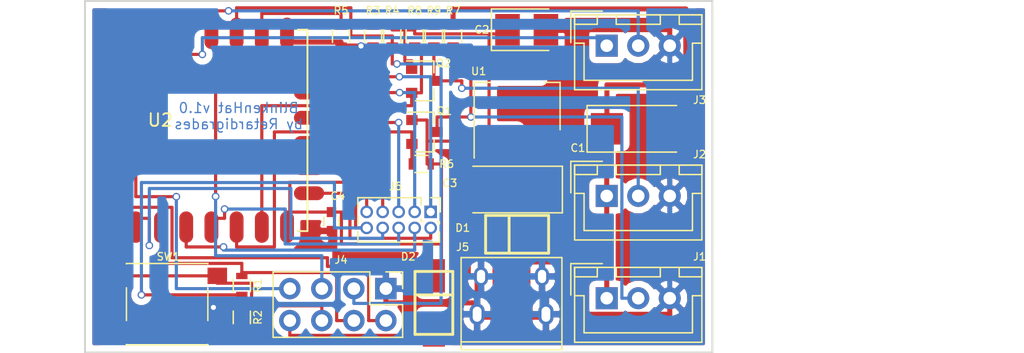
<source format=kicad_pcb>
(kicad_pcb (version 4) (host pcbnew 4.0.7+dfsg1-1)

  (general
    (links 74)
    (no_connects 0)
    (area 116.256999 85.776999 166.191001 113.867001)
    (thickness 1.6)
    (drawings 6)
    (tracks 254)
    (zones 0)
    (modules 26)
    (nets 31)
  )

  (page A4)
  (title_block
    (title BlinkenHat)
    (date 2018-01-05)
    (rev 0.1)
    (company Retardigrades)
  )

  (layers
    (0 F.Cu signal)
    (31 B.Cu signal hide)
    (32 B.Adhes user)
    (33 F.Adhes user)
    (34 B.Paste user)
    (35 F.Paste user)
    (36 B.SilkS user)
    (37 F.SilkS user)
    (38 B.Mask user)
    (39 F.Mask user)
    (40 Dwgs.User user)
    (41 Cmts.User user)
    (42 Eco1.User user)
    (43 Eco2.User user)
    (44 Edge.Cuts user)
    (45 Margin user)
    (46 B.CrtYd user)
    (47 F.CrtYd user)
    (48 B.Fab user)
    (49 F.Fab user hide)
  )

  (setup
    (last_trace_width 0.25)
    (trace_clearance 0.2)
    (zone_clearance 0.508)
    (zone_45_only yes)
    (trace_min 0.2)
    (segment_width 0.2)
    (edge_width 0.15)
    (via_size 0.6)
    (via_drill 0.4)
    (via_min_size 0.4)
    (via_min_drill 0.3)
    (uvia_size 0.3)
    (uvia_drill 0.1)
    (uvias_allowed no)
    (uvia_min_size 0.2)
    (uvia_min_drill 0.1)
    (pcb_text_width 0.3)
    (pcb_text_size 1.5 1.5)
    (mod_edge_width 0.15)
    (mod_text_size 0.6 0.6)
    (mod_text_width 0.07)
    (pad_size 1.524 1.524)
    (pad_drill 0.762)
    (pad_to_mask_clearance 0.2)
    (aux_axis_origin 0 0)
    (visible_elements FFFEFFFF)
    (pcbplotparams
      (layerselection 0x00030_80000001)
      (usegerberextensions false)
      (excludeedgelayer true)
      (linewidth 0.100000)
      (plotframeref false)
      (viasonmask false)
      (mode 1)
      (useauxorigin false)
      (hpglpennumber 1)
      (hpglpenspeed 20)
      (hpglpendiameter 15)
      (hpglpenoverlay 2)
      (psnegative false)
      (psa4output false)
      (plotreference true)
      (plotvalue true)
      (plotinvisibletext false)
      (padsonsilk false)
      (subtractmaskfromsilk false)
      (outputformat 1)
      (mirror false)
      (drillshape 0)
      (scaleselection 1)
      (outputdirectory ""))
  )

  (net 0 "")
  (net 1 +5V)
  (net 2 GND)
  (net 3 +3V3)
  (net 4 "Net-(D2-Pad2)")
  (net 5 OUT1)
  (net 6 OUT2)
  (net 7 INP1)
  (net 8 INP2)
  (net 9 RX)
  (net 10 GPIO0)
  (net 11 RESET)
  (net 12 GPIO2)
  (net 13 CH_PD)
  (net 14 TX)
  (net 15 "Net-(J5-Pad2)")
  (net 16 "Net-(J5-Pad3)")
  (net 17 "Net-(J5-Pad4)")
  (net 18 MISO)
  (net 19 ADC)
  (net 20 GPIO9)
  (net 21 GPIO10)
  (net 22 MOSI)
  (net 23 CSO)
  (net 24 SCLK)
  (net 25 LED1)
  (net 26 LED2)
  (net 27 "Net-(R5-Pad1)")
  (net 28 GPIO16)
  (net 29 GPIO15)
  (net 30 "Net-(C3-Pad1)")

  (net_class Default "Dies ist die voreingestellte Netzklasse."
    (clearance 0.2)
    (trace_width 0.25)
    (via_dia 0.6)
    (via_drill 0.4)
    (uvia_dia 0.3)
    (uvia_drill 0.1)
    (add_net +3V3)
    (add_net ADC)
    (add_net CH_PD)
    (add_net CSO)
    (add_net GPIO0)
    (add_net GPIO10)
    (add_net GPIO15)
    (add_net GPIO16)
    (add_net GPIO2)
    (add_net GPIO9)
    (add_net INP1)
    (add_net INP2)
    (add_net LED1)
    (add_net LED2)
    (add_net MISO)
    (add_net MOSI)
    (add_net "Net-(C3-Pad1)")
    (add_net "Net-(D2-Pad2)")
    (add_net "Net-(J5-Pad2)")
    (add_net "Net-(J5-Pad3)")
    (add_net "Net-(J5-Pad4)")
    (add_net "Net-(R5-Pad1)")
    (add_net OUT1)
    (add_net OUT2)
    (add_net RESET)
    (add_net RX)
    (add_net SCLK)
    (add_net TX)
  )

  (net_class wide ""
    (clearance 0.2)
    (trace_width 0.4)
    (via_dia 0.6)
    (via_drill 0.4)
    (uvia_dia 0.3)
    (uvia_drill 0.1)
    (add_net +5V)
    (add_net GND)
  )

  (module Pin_Headers:Pin_Header_Straight_2x04_Pitch2.54mm (layer F.Cu) (tedit 5A4F9AF1) (tstamp 5A555503)
    (at 140.208 108.712 270)
    (descr "Through hole straight pin header, 2x04, 2.54mm pitch, double rows")
    (tags "Through hole pin header THT 2x04 2.54mm double row")
    (path /5A4EEE69)
    (fp_text reference J4 (at -2.286 3.556 360) (layer F.SilkS)
      (effects (font (size 0.6 0.6) (thickness 0.1)))
    )
    (fp_text value Programmer (at 1.27 9.95 270) (layer F.Fab)
      (effects (font (size 1 1) (thickness 0.15)))
    )
    (fp_line (start 0 -1.27) (end 3.81 -1.27) (layer F.Fab) (width 0.1))
    (fp_line (start 3.81 -1.27) (end 3.81 8.89) (layer F.Fab) (width 0.1))
    (fp_line (start 3.81 8.89) (end -1.27 8.89) (layer F.Fab) (width 0.1))
    (fp_line (start -1.27 8.89) (end -1.27 0) (layer F.Fab) (width 0.1))
    (fp_line (start -1.27 0) (end 0 -1.27) (layer F.Fab) (width 0.1))
    (fp_line (start -1.33 8.95) (end 3.87 8.95) (layer F.SilkS) (width 0.12))
    (fp_line (start -1.33 1.27) (end -1.33 8.95) (layer F.SilkS) (width 0.12))
    (fp_line (start 3.87 -1.33) (end 3.87 8.95) (layer F.SilkS) (width 0.12))
    (fp_line (start -1.33 1.27) (end 1.27 1.27) (layer F.SilkS) (width 0.12))
    (fp_line (start 1.27 1.27) (end 1.27 -1.33) (layer F.SilkS) (width 0.12))
    (fp_line (start 1.27 -1.33) (end 3.87 -1.33) (layer F.SilkS) (width 0.12))
    (fp_line (start -1.33 0) (end -1.33 -1.33) (layer F.SilkS) (width 0.12))
    (fp_line (start -1.33 -1.33) (end 0 -1.33) (layer F.SilkS) (width 0.12))
    (fp_line (start -1.8 -1.8) (end -1.8 9.4) (layer F.CrtYd) (width 0.05))
    (fp_line (start -1.8 9.4) (end 4.35 9.4) (layer F.CrtYd) (width 0.05))
    (fp_line (start 4.35 9.4) (end 4.35 -1.8) (layer F.CrtYd) (width 0.05))
    (fp_line (start 4.35 -1.8) (end -1.8 -1.8) (layer F.CrtYd) (width 0.05))
    (fp_text user %R (at 1.27 3.81 360) (layer F.Fab)
      (effects (font (size 1 1) (thickness 0.15)))
    )
    (pad 1 thru_hole rect (at 0 0 270) (size 1.7 1.7) (drill 1) (layers *.Cu *.Mask)
      (net 2 GND))
    (pad 2 thru_hole oval (at 2.54 0 270) (size 1.7 1.7) (drill 1) (layers *.Cu *.Mask)
      (net 14 TX))
    (pad 3 thru_hole oval (at 0 2.54 270) (size 1.7 1.7) (drill 1) (layers *.Cu *.Mask)
      (net 12 GPIO2))
    (pad 4 thru_hole oval (at 2.54 2.54 270) (size 1.7 1.7) (drill 1) (layers *.Cu *.Mask)
      (net 13 CH_PD))
    (pad 5 thru_hole oval (at 0 5.08 270) (size 1.7 1.7) (drill 1) (layers *.Cu *.Mask)
      (net 10 GPIO0))
    (pad 6 thru_hole oval (at 2.54 5.08 270) (size 1.7 1.7) (drill 1) (layers *.Cu *.Mask)
      (net 11 RESET))
    (pad 7 thru_hole oval (at 0 7.62 270) (size 1.7 1.7) (drill 1) (layers *.Cu *.Mask)
      (net 9 RX))
    (pad 8 thru_hole oval (at 2.54 7.62 270) (size 1.7 1.7) (drill 1) (layers *.Cu *.Mask)
      (net 4 "Net-(D2-Pad2)"))
    (model ${KISYS3DMOD}/Pin_Headers.3dshapes/Pin_Header_Straight_2x04_Pitch2.54mm.wrl
      (at (xyz 0 0 0))
      (scale (xyz 1 1 1))
      (rotate (xyz 0 0 0))
    )
  )

  (module Buttons_Switches_SMD:SW_SPST_PTS645 (layer F.Cu) (tedit 5A4F9B06) (tstamp 5A55561D)
    (at 122.852 109.946)
    (descr "C&K Components SPST SMD PTS645 Series 6mm Tact Switch")
    (tags "SPST Button Switch")
    (path /5A4D6D14)
    (attr smd)
    (fp_text reference SW1 (at 0.084 -3.774) (layer F.SilkS)
      (effects (font (size 0.6 0.6) (thickness 0.1)))
    )
    (fp_text value RESET (at 0 4.15) (layer F.Fab)
      (effects (font (size 1 1) (thickness 0.15)))
    )
    (fp_text user %R (at 0 -4.05) (layer F.Fab)
      (effects (font (size 1 1) (thickness 0.15)))
    )
    (fp_line (start -3 -3) (end -3 3) (layer F.Fab) (width 0.1))
    (fp_line (start -3 3) (end 3 3) (layer F.Fab) (width 0.1))
    (fp_line (start 3 3) (end 3 -3) (layer F.Fab) (width 0.1))
    (fp_line (start 3 -3) (end -3 -3) (layer F.Fab) (width 0.1))
    (fp_line (start 5.05 3.4) (end 5.05 -3.4) (layer F.CrtYd) (width 0.05))
    (fp_line (start -5.05 -3.4) (end -5.05 3.4) (layer F.CrtYd) (width 0.05))
    (fp_line (start -5.05 3.4) (end 5.05 3.4) (layer F.CrtYd) (width 0.05))
    (fp_line (start -5.05 -3.4) (end 5.05 -3.4) (layer F.CrtYd) (width 0.05))
    (fp_line (start 3.23 -3.23) (end 3.23 -3.2) (layer F.SilkS) (width 0.12))
    (fp_line (start 3.23 3.23) (end 3.23 3.2) (layer F.SilkS) (width 0.12))
    (fp_line (start -3.23 3.23) (end -3.23 3.2) (layer F.SilkS) (width 0.12))
    (fp_line (start -3.23 -3.2) (end -3.23 -3.23) (layer F.SilkS) (width 0.12))
    (fp_line (start 3.23 -1.3) (end 3.23 1.3) (layer F.SilkS) (width 0.12))
    (fp_line (start -3.23 -3.23) (end 3.23 -3.23) (layer F.SilkS) (width 0.12))
    (fp_line (start -3.23 -1.3) (end -3.23 1.3) (layer F.SilkS) (width 0.12))
    (fp_line (start -3.23 3.23) (end 3.23 3.23) (layer F.SilkS) (width 0.12))
    (fp_circle (center 0 0) (end 1.75 -0.05) (layer F.Fab) (width 0.1))
    (pad 2 smd rect (at -3.98 2.25) (size 1.55 1.3) (layers F.Cu F.Paste F.Mask)
      (net 2 GND))
    (pad 1 smd rect (at -3.98 -2.25) (size 1.55 1.3) (layers F.Cu F.Paste F.Mask)
      (net 11 RESET))
    (pad 1 smd rect (at 3.98 -2.25) (size 1.55 1.3) (layers F.Cu F.Paste F.Mask)
      (net 11 RESET))
    (pad 2 smd rect (at 3.98 2.25) (size 1.55 1.3) (layers F.Cu F.Paste F.Mask)
      (net 2 GND))
    (model ${KISYS3DMOD}/Buttons_Switches_SMD.3dshapes/SW_SPST_PTS645.wrl
      (at (xyz 0 0 0))
      (scale (xyz 1 1 1))
      (rotate (xyz 0 0 0))
    )
  )

  (module Capacitors_SMD:C_0603 (layer F.Cu) (tedit 5A4F9B42) (tstamp 5A555451)
    (at 135.89 103.378 270)
    (descr "Capacitor SMD 0603, reflow soldering, AVX (see smccp.pdf)")
    (tags "capacitor 0603")
    (path /5A4D72CB)
    (attr smd)
    (fp_text reference C4 (at -2.032 -0.508 360) (layer F.SilkS)
      (effects (font (size 0.6 0.6) (thickness 0.1)))
    )
    (fp_text value 100n (at 0 1.5 270) (layer F.Fab)
      (effects (font (size 1 1) (thickness 0.15)))
    )
    (fp_line (start 1.4 0.65) (end -1.4 0.65) (layer F.CrtYd) (width 0.05))
    (fp_line (start 1.4 0.65) (end 1.4 -0.65) (layer F.CrtYd) (width 0.05))
    (fp_line (start -1.4 -0.65) (end -1.4 0.65) (layer F.CrtYd) (width 0.05))
    (fp_line (start -1.4 -0.65) (end 1.4 -0.65) (layer F.CrtYd) (width 0.05))
    (fp_line (start 0.35 0.6) (end -0.35 0.6) (layer F.SilkS) (width 0.12))
    (fp_line (start -0.35 -0.6) (end 0.35 -0.6) (layer F.SilkS) (width 0.12))
    (fp_line (start -0.8 -0.4) (end 0.8 -0.4) (layer F.Fab) (width 0.1))
    (fp_line (start 0.8 -0.4) (end 0.8 0.4) (layer F.Fab) (width 0.1))
    (fp_line (start 0.8 0.4) (end -0.8 0.4) (layer F.Fab) (width 0.1))
    (fp_line (start -0.8 0.4) (end -0.8 -0.4) (layer F.Fab) (width 0.1))
    (fp_text user %R (at 0 0 270) (layer F.Fab)
      (effects (font (size 0.3 0.3) (thickness 0.075)))
    )
    (pad 2 smd rect (at 0.75 0 270) (size 0.8 0.75) (layers F.Cu F.Paste F.Mask)
      (net 2 GND))
    (pad 1 smd rect (at -0.75 0 270) (size 0.8 0.75) (layers F.Cu F.Paste F.Mask)
      (net 3 +3V3))
    (model Capacitors_SMD.3dshapes/C_0603.wrl
      (at (xyz 0 0 0))
      (scale (xyz 1 1 1))
      (rotate (xyz 0 0 0))
    )
  )

  (module "DO214:DO-214AC(SMA)" (layer F.Cu) (tedit 5A4F9B72) (tstamp 5A55545C)
    (at 150.622 104.394)
    (path /5A4EF7CB)
    (fp_text reference D1 (at -4.318 -0.508) (layer F.SilkS)
      (effects (font (size 0.6 0.6) (thickness 0.1)))
    )
    (fp_text value D (at 0 -1.905) (layer F.SilkS) hide
      (effects (font (size 1.016 1.016) (thickness 0.254)))
    )
    (fp_line (start -2.5 -1.5) (end 2.5 -1.5) (layer F.SilkS) (width 0.2286))
    (fp_line (start 2.5 -1.5) (end 2.5 1.5) (layer F.SilkS) (width 0.2286))
    (fp_line (start 2.5 1.5) (end -2.5 1.5) (layer F.SilkS) (width 0.2286))
    (fp_line (start -2.5 1.5) (end -2.5 -1.5) (layer F.SilkS) (width 0.2286))
    (fp_line (start -0.635 -1.5) (end -0.635 1.5) (layer F.SilkS) (width 0.2286))
    (pad 1 smd rect (at -2.15 0) (size 2.65 1.75) (layers F.Cu F.Paste F.Mask)
      (net 30 "Net-(C3-Pad1)"))
    (pad 2 smd rect (at 2.15 0) (size 2.65 1.75) (layers F.Cu F.Paste F.Mask)
      (net 1 +5V))
  )

  (module "DO214:DO-214AC(SMA)" (layer F.Cu) (tedit 5A4F9ADD) (tstamp 5A555467)
    (at 144.018 109.846 270)
    (path /5A4DD2C0)
    (fp_text reference D2 (at -3.674 2.032 360) (layer F.SilkS)
      (effects (font (size 0.6 0.6) (thickness 0.1)))
    )
    (fp_text value D (at 0 -1.905 270) (layer F.SilkS) hide
      (effects (font (size 1.016 1.016) (thickness 0.254)))
    )
    (fp_line (start -2.5 -1.5) (end 2.5 -1.5) (layer F.SilkS) (width 0.2286))
    (fp_line (start 2.5 -1.5) (end 2.5 1.5) (layer F.SilkS) (width 0.2286))
    (fp_line (start 2.5 1.5) (end -2.5 1.5) (layer F.SilkS) (width 0.2286))
    (fp_line (start -2.5 1.5) (end -2.5 -1.5) (layer F.SilkS) (width 0.2286))
    (fp_line (start -0.635 -1.5) (end -0.635 1.5) (layer F.SilkS) (width 0.2286))
    (pad 1 smd rect (at -2.15 0 270) (size 2.65 1.75) (layers F.Cu F.Paste F.Mask)
      (net 3 +3V3))
    (pad 2 smd rect (at 2.15 0 270) (size 2.65 1.75) (layers F.Cu F.Paste F.Mask)
      (net 4 "Net-(D2-Pad2)"))
  )

  (module Connectors_JST:JST_XH_B03B-XH-A_03x2.50mm_Straight (layer F.Cu) (tedit 5A4F9A2A) (tstamp 5A555491)
    (at 157.734 109.474)
    (descr "JST XH series connector, B03B-XH-A, top entry type, through hole")
    (tags "connector jst xh tht top vertical 2.50mm")
    (path /5A4D6CB3)
    (fp_text reference J1 (at 7.366 -3.302) (layer F.SilkS)
      (effects (font (size 0.6 0.6) (thickness 0.1)))
    )
    (fp_text value LED1 (at 2.5 4.5) (layer F.Fab)
      (effects (font (size 1 1) (thickness 0.15)))
    )
    (fp_line (start -2.45 -2.35) (end -2.45 3.4) (layer F.Fab) (width 0.1))
    (fp_line (start -2.45 3.4) (end 7.45 3.4) (layer F.Fab) (width 0.1))
    (fp_line (start 7.45 3.4) (end 7.45 -2.35) (layer F.Fab) (width 0.1))
    (fp_line (start 7.45 -2.35) (end -2.45 -2.35) (layer F.Fab) (width 0.1))
    (fp_line (start -2.95 -2.85) (end -2.95 3.9) (layer F.CrtYd) (width 0.05))
    (fp_line (start -2.95 3.9) (end 7.95 3.9) (layer F.CrtYd) (width 0.05))
    (fp_line (start 7.95 3.9) (end 7.95 -2.85) (layer F.CrtYd) (width 0.05))
    (fp_line (start 7.95 -2.85) (end -2.95 -2.85) (layer F.CrtYd) (width 0.05))
    (fp_line (start -2.55 -2.45) (end -2.55 3.5) (layer F.SilkS) (width 0.12))
    (fp_line (start -2.55 3.5) (end 7.55 3.5) (layer F.SilkS) (width 0.12))
    (fp_line (start 7.55 3.5) (end 7.55 -2.45) (layer F.SilkS) (width 0.12))
    (fp_line (start 7.55 -2.45) (end -2.55 -2.45) (layer F.SilkS) (width 0.12))
    (fp_line (start 0.75 -2.45) (end 0.75 -1.7) (layer F.SilkS) (width 0.12))
    (fp_line (start 0.75 -1.7) (end 4.25 -1.7) (layer F.SilkS) (width 0.12))
    (fp_line (start 4.25 -1.7) (end 4.25 -2.45) (layer F.SilkS) (width 0.12))
    (fp_line (start 4.25 -2.45) (end 0.75 -2.45) (layer F.SilkS) (width 0.12))
    (fp_line (start -2.55 -2.45) (end -2.55 -1.7) (layer F.SilkS) (width 0.12))
    (fp_line (start -2.55 -1.7) (end -0.75 -1.7) (layer F.SilkS) (width 0.12))
    (fp_line (start -0.75 -1.7) (end -0.75 -2.45) (layer F.SilkS) (width 0.12))
    (fp_line (start -0.75 -2.45) (end -2.55 -2.45) (layer F.SilkS) (width 0.12))
    (fp_line (start 5.75 -2.45) (end 5.75 -1.7) (layer F.SilkS) (width 0.12))
    (fp_line (start 5.75 -1.7) (end 7.55 -1.7) (layer F.SilkS) (width 0.12))
    (fp_line (start 7.55 -1.7) (end 7.55 -2.45) (layer F.SilkS) (width 0.12))
    (fp_line (start 7.55 -2.45) (end 5.75 -2.45) (layer F.SilkS) (width 0.12))
    (fp_line (start -2.55 -0.2) (end -1.8 -0.2) (layer F.SilkS) (width 0.12))
    (fp_line (start -1.8 -0.2) (end -1.8 2.75) (layer F.SilkS) (width 0.12))
    (fp_line (start -1.8 2.75) (end 2.5 2.75) (layer F.SilkS) (width 0.12))
    (fp_line (start 7.55 -0.2) (end 6.8 -0.2) (layer F.SilkS) (width 0.12))
    (fp_line (start 6.8 -0.2) (end 6.8 2.75) (layer F.SilkS) (width 0.12))
    (fp_line (start 6.8 2.75) (end 2.5 2.75) (layer F.SilkS) (width 0.12))
    (fp_line (start -0.35 -2.75) (end -2.85 -2.75) (layer F.SilkS) (width 0.12))
    (fp_line (start -2.85 -2.75) (end -2.85 -0.25) (layer F.SilkS) (width 0.12))
    (fp_line (start -0.35 -2.75) (end -2.85 -2.75) (layer F.Fab) (width 0.1))
    (fp_line (start -2.85 -2.75) (end -2.85 -0.25) (layer F.Fab) (width 0.1))
    (fp_text user %R (at 2.5 2.5) (layer F.Fab)
      (effects (font (size 1 1) (thickness 0.15)))
    )
    (pad 1 thru_hole rect (at 0 0) (size 1.75 1.75) (drill 1) (layers *.Cu *.Mask)
      (net 1 +5V))
    (pad 2 thru_hole circle (at 2.5 0) (size 1.75 1.75) (drill 1) (layers *.Cu *.Mask)
      (net 5 OUT1))
    (pad 3 thru_hole circle (at 5 0) (size 1.75 1.75) (drill 1) (layers *.Cu *.Mask)
      (net 2 GND))
    (model Connectors_JST.3dshapes/JST_XH_B03B-XH-A_03x2.50mm_Straight.wrl
      (at (xyz 0 0 0))
      (scale (xyz 1 1 1))
      (rotate (xyz 0 0 0))
    )
  )

  (module Connectors_JST:JST_XH_B03B-XH-A_03x2.50mm_Straight (layer F.Cu) (tedit 5A4F9A07) (tstamp 5A5554BB)
    (at 157.734 101.346)
    (descr "JST XH series connector, B03B-XH-A, top entry type, through hole")
    (tags "connector jst xh tht top vertical 2.50mm")
    (path /5A4D6C34)
    (fp_text reference J2 (at 7.366 -3.302) (layer F.SilkS)
      (effects (font (size 0.6 0.6) (thickness 0.1)))
    )
    (fp_text value LED2 (at 2.5 4.5) (layer F.Fab)
      (effects (font (size 1 1) (thickness 0.15)))
    )
    (fp_line (start -2.45 -2.35) (end -2.45 3.4) (layer F.Fab) (width 0.1))
    (fp_line (start -2.45 3.4) (end 7.45 3.4) (layer F.Fab) (width 0.1))
    (fp_line (start 7.45 3.4) (end 7.45 -2.35) (layer F.Fab) (width 0.1))
    (fp_line (start 7.45 -2.35) (end -2.45 -2.35) (layer F.Fab) (width 0.1))
    (fp_line (start -2.95 -2.85) (end -2.95 3.9) (layer F.CrtYd) (width 0.05))
    (fp_line (start -2.95 3.9) (end 7.95 3.9) (layer F.CrtYd) (width 0.05))
    (fp_line (start 7.95 3.9) (end 7.95 -2.85) (layer F.CrtYd) (width 0.05))
    (fp_line (start 7.95 -2.85) (end -2.95 -2.85) (layer F.CrtYd) (width 0.05))
    (fp_line (start -2.55 -2.45) (end -2.55 3.5) (layer F.SilkS) (width 0.12))
    (fp_line (start -2.55 3.5) (end 7.55 3.5) (layer F.SilkS) (width 0.12))
    (fp_line (start 7.55 3.5) (end 7.55 -2.45) (layer F.SilkS) (width 0.12))
    (fp_line (start 7.55 -2.45) (end -2.55 -2.45) (layer F.SilkS) (width 0.12))
    (fp_line (start 0.75 -2.45) (end 0.75 -1.7) (layer F.SilkS) (width 0.12))
    (fp_line (start 0.75 -1.7) (end 4.25 -1.7) (layer F.SilkS) (width 0.12))
    (fp_line (start 4.25 -1.7) (end 4.25 -2.45) (layer F.SilkS) (width 0.12))
    (fp_line (start 4.25 -2.45) (end 0.75 -2.45) (layer F.SilkS) (width 0.12))
    (fp_line (start -2.55 -2.45) (end -2.55 -1.7) (layer F.SilkS) (width 0.12))
    (fp_line (start -2.55 -1.7) (end -0.75 -1.7) (layer F.SilkS) (width 0.12))
    (fp_line (start -0.75 -1.7) (end -0.75 -2.45) (layer F.SilkS) (width 0.12))
    (fp_line (start -0.75 -2.45) (end -2.55 -2.45) (layer F.SilkS) (width 0.12))
    (fp_line (start 5.75 -2.45) (end 5.75 -1.7) (layer F.SilkS) (width 0.12))
    (fp_line (start 5.75 -1.7) (end 7.55 -1.7) (layer F.SilkS) (width 0.12))
    (fp_line (start 7.55 -1.7) (end 7.55 -2.45) (layer F.SilkS) (width 0.12))
    (fp_line (start 7.55 -2.45) (end 5.75 -2.45) (layer F.SilkS) (width 0.12))
    (fp_line (start -2.55 -0.2) (end -1.8 -0.2) (layer F.SilkS) (width 0.12))
    (fp_line (start -1.8 -0.2) (end -1.8 2.75) (layer F.SilkS) (width 0.12))
    (fp_line (start -1.8 2.75) (end 2.5 2.75) (layer F.SilkS) (width 0.12))
    (fp_line (start 7.55 -0.2) (end 6.8 -0.2) (layer F.SilkS) (width 0.12))
    (fp_line (start 6.8 -0.2) (end 6.8 2.75) (layer F.SilkS) (width 0.12))
    (fp_line (start 6.8 2.75) (end 2.5 2.75) (layer F.SilkS) (width 0.12))
    (fp_line (start -0.35 -2.75) (end -2.85 -2.75) (layer F.SilkS) (width 0.12))
    (fp_line (start -2.85 -2.75) (end -2.85 -0.25) (layer F.SilkS) (width 0.12))
    (fp_line (start -0.35 -2.75) (end -2.85 -2.75) (layer F.Fab) (width 0.1))
    (fp_line (start -2.85 -2.75) (end -2.85 -0.25) (layer F.Fab) (width 0.1))
    (fp_text user %R (at 2.5 2.5) (layer F.Fab)
      (effects (font (size 1 1) (thickness 0.15)))
    )
    (pad 1 thru_hole rect (at 0 0) (size 1.75 1.75) (drill 1) (layers *.Cu *.Mask)
      (net 1 +5V))
    (pad 2 thru_hole circle (at 2.5 0) (size 1.75 1.75) (drill 1) (layers *.Cu *.Mask)
      (net 6 OUT2))
    (pad 3 thru_hole circle (at 5 0) (size 1.75 1.75) (drill 1) (layers *.Cu *.Mask)
      (net 2 GND))
    (model Connectors_JST.3dshapes/JST_XH_B03B-XH-A_03x2.50mm_Straight.wrl
      (at (xyz 0 0 0))
      (scale (xyz 1 1 1))
      (rotate (xyz 0 0 0))
    )
  )

  (module Connectors_JST:JST_XH_B03B-XH-A_03x2.50mm_Straight (layer F.Cu) (tedit 5A4F9A0F) (tstamp 5A5554E5)
    (at 157.734 89.408)
    (descr "JST XH series connector, B03B-XH-A, top entry type, through hole")
    (tags "connector jst xh tht top vertical 2.50mm")
    (path /5A4D6B9D)
    (fp_text reference J3 (at 7.366 4.318) (layer F.SilkS)
      (effects (font (size 0.6 0.6) (thickness 0.1)))
    )
    (fp_text value INPUT (at 2.5 4.5) (layer F.Fab)
      (effects (font (size 1 1) (thickness 0.15)))
    )
    (fp_line (start -2.45 -2.35) (end -2.45 3.4) (layer F.Fab) (width 0.1))
    (fp_line (start -2.45 3.4) (end 7.45 3.4) (layer F.Fab) (width 0.1))
    (fp_line (start 7.45 3.4) (end 7.45 -2.35) (layer F.Fab) (width 0.1))
    (fp_line (start 7.45 -2.35) (end -2.45 -2.35) (layer F.Fab) (width 0.1))
    (fp_line (start -2.95 -2.85) (end -2.95 3.9) (layer F.CrtYd) (width 0.05))
    (fp_line (start -2.95 3.9) (end 7.95 3.9) (layer F.CrtYd) (width 0.05))
    (fp_line (start 7.95 3.9) (end 7.95 -2.85) (layer F.CrtYd) (width 0.05))
    (fp_line (start 7.95 -2.85) (end -2.95 -2.85) (layer F.CrtYd) (width 0.05))
    (fp_line (start -2.55 -2.45) (end -2.55 3.5) (layer F.SilkS) (width 0.12))
    (fp_line (start -2.55 3.5) (end 7.55 3.5) (layer F.SilkS) (width 0.12))
    (fp_line (start 7.55 3.5) (end 7.55 -2.45) (layer F.SilkS) (width 0.12))
    (fp_line (start 7.55 -2.45) (end -2.55 -2.45) (layer F.SilkS) (width 0.12))
    (fp_line (start 0.75 -2.45) (end 0.75 -1.7) (layer F.SilkS) (width 0.12))
    (fp_line (start 0.75 -1.7) (end 4.25 -1.7) (layer F.SilkS) (width 0.12))
    (fp_line (start 4.25 -1.7) (end 4.25 -2.45) (layer F.SilkS) (width 0.12))
    (fp_line (start 4.25 -2.45) (end 0.75 -2.45) (layer F.SilkS) (width 0.12))
    (fp_line (start -2.55 -2.45) (end -2.55 -1.7) (layer F.SilkS) (width 0.12))
    (fp_line (start -2.55 -1.7) (end -0.75 -1.7) (layer F.SilkS) (width 0.12))
    (fp_line (start -0.75 -1.7) (end -0.75 -2.45) (layer F.SilkS) (width 0.12))
    (fp_line (start -0.75 -2.45) (end -2.55 -2.45) (layer F.SilkS) (width 0.12))
    (fp_line (start 5.75 -2.45) (end 5.75 -1.7) (layer F.SilkS) (width 0.12))
    (fp_line (start 5.75 -1.7) (end 7.55 -1.7) (layer F.SilkS) (width 0.12))
    (fp_line (start 7.55 -1.7) (end 7.55 -2.45) (layer F.SilkS) (width 0.12))
    (fp_line (start 7.55 -2.45) (end 5.75 -2.45) (layer F.SilkS) (width 0.12))
    (fp_line (start -2.55 -0.2) (end -1.8 -0.2) (layer F.SilkS) (width 0.12))
    (fp_line (start -1.8 -0.2) (end -1.8 2.75) (layer F.SilkS) (width 0.12))
    (fp_line (start -1.8 2.75) (end 2.5 2.75) (layer F.SilkS) (width 0.12))
    (fp_line (start 7.55 -0.2) (end 6.8 -0.2) (layer F.SilkS) (width 0.12))
    (fp_line (start 6.8 -0.2) (end 6.8 2.75) (layer F.SilkS) (width 0.12))
    (fp_line (start 6.8 2.75) (end 2.5 2.75) (layer F.SilkS) (width 0.12))
    (fp_line (start -0.35 -2.75) (end -2.85 -2.75) (layer F.SilkS) (width 0.12))
    (fp_line (start -2.85 -2.75) (end -2.85 -0.25) (layer F.SilkS) (width 0.12))
    (fp_line (start -0.35 -2.75) (end -2.85 -2.75) (layer F.Fab) (width 0.1))
    (fp_line (start -2.85 -2.75) (end -2.85 -0.25) (layer F.Fab) (width 0.1))
    (fp_text user %R (at 2.5 2.5) (layer F.Fab)
      (effects (font (size 1 1) (thickness 0.15)))
    )
    (pad 1 thru_hole rect (at 0 0) (size 1.75 1.75) (drill 1) (layers *.Cu *.Mask)
      (net 8 INP2))
    (pad 2 thru_hole circle (at 2.5 0) (size 1.75 1.75) (drill 1) (layers *.Cu *.Mask)
      (net 7 INP1))
    (pad 3 thru_hole circle (at 5 0) (size 1.75 1.75) (drill 1) (layers *.Cu *.Mask)
      (net 2 GND))
    (model Connectors_JST.3dshapes/JST_XH_B03B-XH-A_03x2.50mm_Straight.wrl
      (at (xyz 0 0 0))
      (scale (xyz 1 1 1))
      (rotate (xyz 0 0 0))
    )
  )

  (module Connectors:USB_Micro-B_10103594-0001LF (layer F.Cu) (tedit 5A4F9B7A) (tstamp 5A55551B)
    (at 150.178 109.364)
    (descr "Micro USB Type B 10103594-0001LF")
    (tags "USB USB_B USB_micro USB_OTG")
    (path /5A4D6874)
    (attr smd)
    (fp_text reference J5 (at -3.874 -3.954) (layer F.SilkS)
      (effects (font (size 0.6 0.6) (thickness 0.1)))
    )
    (fp_text value USB_POWER (at 0 3.81) (layer F.Fab)
      (effects (font (size 1 1) (thickness 0.15)))
    )
    (fp_line (start -4.25 -3.4) (end 4.25 -3.4) (layer F.CrtYd) (width 0.05))
    (fp_line (start 4.25 -3.4) (end 4.25 4.45) (layer F.CrtYd) (width 0.05))
    (fp_line (start 4.25 4.45) (end -4.25 4.45) (layer F.CrtYd) (width 0.05))
    (fp_line (start -4.25 4.45) (end -4.25 -3.4) (layer F.CrtYd) (width 0.05))
    (fp_line (start -4 4.2) (end 4 4.2) (layer F.SilkS) (width 0.12))
    (fp_line (start -4 -3.12) (end 4 -3.12) (layer F.SilkS) (width 0.12))
    (fp_line (start 4 -3.12) (end 4 4.2) (layer F.SilkS) (width 0.12))
    (fp_line (start 4 3.58) (end -4 3.58) (layer F.SilkS) (width 0.12))
    (fp_line (start -4 4.2) (end -4 -3.12) (layer F.SilkS) (width 0.12))
    (pad 1 smd rect (at -1.3 -1.5 90) (size 1.65 0.4) (layers F.Cu F.Paste F.Mask)
      (net 1 +5V))
    (pad 2 smd rect (at -0.65 -1.5 90) (size 1.65 0.4) (layers F.Cu F.Paste F.Mask)
      (net 15 "Net-(J5-Pad2)"))
    (pad 3 smd rect (at 0 -1.5 90) (size 1.65 0.4) (layers F.Cu F.Paste F.Mask)
      (net 16 "Net-(J5-Pad3)"))
    (pad 4 smd rect (at 0.65 -1.5 90) (size 1.65 0.4) (layers F.Cu F.Paste F.Mask)
      (net 17 "Net-(J5-Pad4)"))
    (pad 5 smd rect (at 1.3 -1.5 90) (size 1.65 0.4) (layers F.Cu F.Paste F.Mask)
      (net 2 GND))
    (pad 6 thru_hole oval (at -2.42 -1.62 90) (size 1.5 1.1) (drill oval 1.05 0.65) (layers *.Cu *.Mask)
      (net 2 GND))
    (pad 6 thru_hole oval (at 2.42 -1.62 90) (size 1.5 1.1) (drill oval 1.05 0.65) (layers *.Cu *.Mask)
      (net 2 GND))
    (pad 6 thru_hole oval (at -2.73 1.38 90) (size 1.7 1.2) (drill oval 1.2 0.7) (layers *.Cu *.Mask)
      (net 2 GND))
    (pad 6 thru_hole oval (at 2.73 1.38 90) (size 1.7 1.2) (drill oval 1.2 0.7) (layers *.Cu *.Mask)
      (net 2 GND))
    (pad 6 smd rect (at -0.96 1.62 90) (size 2.5 1.43) (layers F.Cu F.Paste F.Mask)
      (net 2 GND))
    (pad 6 smd rect (at 0.96 1.62 90) (size 2.5 1.43) (layers F.Cu F.Paste F.Mask)
      (net 2 GND))
  )

  (module Pin_Headers:Pin_Header_Straight_2x05_Pitch1.27mm (layer F.Cu) (tedit 5A4F9ACF) (tstamp 5A555540)
    (at 143.764 102.616 270)
    (descr "Through hole straight pin header, 2x05, 1.27mm pitch, double rows")
    (tags "Through hole pin header THT 2x05 1.27mm double row")
    (path /5A4EBCE1)
    (fp_text reference J6 (at -2.032 2.794 360) (layer F.SilkS)
      (effects (font (size 0.6 0.6) (thickness 0.1)))
    )
    (fp_text value GPIO (at 0.635 6.775 270) (layer F.Fab)
      (effects (font (size 1 1) (thickness 0.15)))
    )
    (fp_line (start -0.2175 -0.635) (end 2.34 -0.635) (layer F.Fab) (width 0.1))
    (fp_line (start 2.34 -0.635) (end 2.34 5.715) (layer F.Fab) (width 0.1))
    (fp_line (start 2.34 5.715) (end -1.07 5.715) (layer F.Fab) (width 0.1))
    (fp_line (start -1.07 5.715) (end -1.07 0.2175) (layer F.Fab) (width 0.1))
    (fp_line (start -1.07 0.2175) (end -0.2175 -0.635) (layer F.Fab) (width 0.1))
    (fp_line (start -1.13 5.775) (end -0.30753 5.775) (layer F.SilkS) (width 0.12))
    (fp_line (start 1.57753 5.775) (end 2.4 5.775) (layer F.SilkS) (width 0.12))
    (fp_line (start 0.30753 5.775) (end 0.96247 5.775) (layer F.SilkS) (width 0.12))
    (fp_line (start -1.13 0.76) (end -1.13 5.775) (layer F.SilkS) (width 0.12))
    (fp_line (start 2.4 -0.695) (end 2.4 5.775) (layer F.SilkS) (width 0.12))
    (fp_line (start -1.13 0.76) (end -0.563471 0.76) (layer F.SilkS) (width 0.12))
    (fp_line (start 0.563471 0.76) (end 0.706529 0.76) (layer F.SilkS) (width 0.12))
    (fp_line (start 0.76 0.706529) (end 0.76 0.563471) (layer F.SilkS) (width 0.12))
    (fp_line (start 0.76 -0.563471) (end 0.76 -0.695) (layer F.SilkS) (width 0.12))
    (fp_line (start 0.76 -0.695) (end 0.96247 -0.695) (layer F.SilkS) (width 0.12))
    (fp_line (start 1.57753 -0.695) (end 2.4 -0.695) (layer F.SilkS) (width 0.12))
    (fp_line (start -1.13 0) (end -1.13 -0.76) (layer F.SilkS) (width 0.12))
    (fp_line (start -1.13 -0.76) (end 0 -0.76) (layer F.SilkS) (width 0.12))
    (fp_line (start -1.6 -1.15) (end -1.6 6.25) (layer F.CrtYd) (width 0.05))
    (fp_line (start -1.6 6.25) (end 2.85 6.25) (layer F.CrtYd) (width 0.05))
    (fp_line (start 2.85 6.25) (end 2.85 -1.15) (layer F.CrtYd) (width 0.05))
    (fp_line (start 2.85 -1.15) (end -1.6 -1.15) (layer F.CrtYd) (width 0.05))
    (fp_text user %R (at 0.635 2.54 360) (layer F.Fab)
      (effects (font (size 1 1) (thickness 0.15)))
    )
    (pad 1 thru_hole rect (at 0 0 270) (size 1 1) (drill 0.65) (layers *.Cu *.Mask)
      (net 24 SCLK))
    (pad 2 thru_hole oval (at 1.27 0 270) (size 1 1) (drill 0.65) (layers *.Cu *.Mask)
      (net 23 CSO))
    (pad 3 thru_hole oval (at 0 1.27 270) (size 1 1) (drill 0.65) (layers *.Cu *.Mask)
      (net 22 MOSI))
    (pad 4 thru_hole oval (at 1.27 1.27 270) (size 1 1) (drill 0.65) (layers *.Cu *.Mask)
      (net 28 GPIO16))
    (pad 5 thru_hole oval (at 0 2.54 270) (size 1 1) (drill 0.65) (layers *.Cu *.Mask)
      (net 21 GPIO10))
    (pad 6 thru_hole oval (at 1.27 2.54 270) (size 1 1) (drill 0.65) (layers *.Cu *.Mask)
      (net 29 GPIO15))
    (pad 7 thru_hole oval (at 0 3.81 270) (size 1 1) (drill 0.65) (layers *.Cu *.Mask)
      (net 20 GPIO9))
    (pad 8 thru_hole oval (at 1.27 3.81 270) (size 1 1) (drill 0.65) (layers *.Cu *.Mask)
      (net 19 ADC))
    (pad 9 thru_hole oval (at 0 5.08 270) (size 1 1) (drill 0.65) (layers *.Cu *.Mask)
      (net 18 MISO))
    (pad 10 thru_hole oval (at 1.27 5.08 270) (size 1 1) (drill 0.65) (layers *.Cu *.Mask)
      (net 3 +3V3))
    (model ${KISYS3DMOD}/Pin_Headers.3dshapes/Pin_Header_Straight_2x05_Pitch1.27mm.wrl
      (at (xyz 0 0 0))
      (scale (xyz 1 1 1))
      (rotate (xyz 0 0 0))
    )
  )

  (module TO_SOT_Packages_SMD:SOT-23 (layer F.Cu) (tedit 5A4F9AB3) (tstamp 5A555555)
    (at 143.272 96.266)
    (descr "SOT-23, Standard")
    (tags SOT-23)
    (path /5A4E2FC3)
    (attr smd)
    (fp_text reference Q1 (at 1.5842 -1.669) (layer F.SilkS)
      (effects (font (size 0.6 0.6) (thickness 0.1)))
    )
    (fp_text value 2N7002 (at 0 2.5) (layer F.Fab)
      (effects (font (size 1 1) (thickness 0.15)))
    )
    (fp_text user %R (at 0 0 90) (layer F.Fab)
      (effects (font (size 0.5 0.5) (thickness 0.075)))
    )
    (fp_line (start -0.7 -0.95) (end -0.7 1.5) (layer F.Fab) (width 0.1))
    (fp_line (start -0.15 -1.52) (end 0.7 -1.52) (layer F.Fab) (width 0.1))
    (fp_line (start -0.7 -0.95) (end -0.15 -1.52) (layer F.Fab) (width 0.1))
    (fp_line (start 0.7 -1.52) (end 0.7 1.52) (layer F.Fab) (width 0.1))
    (fp_line (start -0.7 1.52) (end 0.7 1.52) (layer F.Fab) (width 0.1))
    (fp_line (start 0.76 1.58) (end 0.76 0.65) (layer F.SilkS) (width 0.12))
    (fp_line (start 0.76 -1.58) (end 0.76 -0.65) (layer F.SilkS) (width 0.12))
    (fp_line (start -1.7 -1.75) (end 1.7 -1.75) (layer F.CrtYd) (width 0.05))
    (fp_line (start 1.7 -1.75) (end 1.7 1.75) (layer F.CrtYd) (width 0.05))
    (fp_line (start 1.7 1.75) (end -1.7 1.75) (layer F.CrtYd) (width 0.05))
    (fp_line (start -1.7 1.75) (end -1.7 -1.75) (layer F.CrtYd) (width 0.05))
    (fp_line (start 0.76 -1.58) (end -1.4 -1.58) (layer F.SilkS) (width 0.12))
    (fp_line (start 0.76 1.58) (end -0.7 1.58) (layer F.SilkS) (width 0.12))
    (pad 1 smd rect (at -1 -0.95) (size 0.9 0.8) (layers F.Cu F.Paste F.Mask)
      (net 3 +3V3))
    (pad 2 smd rect (at -1 0.95) (size 0.9 0.8) (layers F.Cu F.Paste F.Mask)
      (net 25 LED1))
    (pad 3 smd rect (at 1 0) (size 0.9 0.8) (layers F.Cu F.Paste F.Mask)
      (net 5 OUT1))
    (model ${KISYS3DMOD}/TO_SOT_Packages_SMD.3dshapes/SOT-23.wrl
      (at (xyz 0 0 0))
      (scale (xyz 1 1 1))
      (rotate (xyz 0 0 0))
    )
  )

  (module TO_SOT_Packages_SMD:SOT-23 (layer F.Cu) (tedit 5A4F9AAC) (tstamp 5A55556A)
    (at 143.256 92.202)
    (descr "SOT-23, Standard")
    (tags SOT-23)
    (path /5A4E3170)
    (attr smd)
    (fp_text reference Q2 (at 1.524 -1.397) (layer F.SilkS)
      (effects (font (size 0.6 0.6) (thickness 0.1)))
    )
    (fp_text value 2N7002 (at 0 2.5) (layer F.Fab)
      (effects (font (size 1 1) (thickness 0.15)))
    )
    (fp_text user %R (at 0 0 90) (layer F.Fab)
      (effects (font (size 0.5 0.5) (thickness 0.075)))
    )
    (fp_line (start -0.7 -0.95) (end -0.7 1.5) (layer F.Fab) (width 0.1))
    (fp_line (start -0.15 -1.52) (end 0.7 -1.52) (layer F.Fab) (width 0.1))
    (fp_line (start -0.7 -0.95) (end -0.15 -1.52) (layer F.Fab) (width 0.1))
    (fp_line (start 0.7 -1.52) (end 0.7 1.52) (layer F.Fab) (width 0.1))
    (fp_line (start -0.7 1.52) (end 0.7 1.52) (layer F.Fab) (width 0.1))
    (fp_line (start 0.76 1.58) (end 0.76 0.65) (layer F.SilkS) (width 0.12))
    (fp_line (start 0.76 -1.58) (end 0.76 -0.65) (layer F.SilkS) (width 0.12))
    (fp_line (start -1.7 -1.75) (end 1.7 -1.75) (layer F.CrtYd) (width 0.05))
    (fp_line (start 1.7 -1.75) (end 1.7 1.75) (layer F.CrtYd) (width 0.05))
    (fp_line (start 1.7 1.75) (end -1.7 1.75) (layer F.CrtYd) (width 0.05))
    (fp_line (start -1.7 1.75) (end -1.7 -1.75) (layer F.CrtYd) (width 0.05))
    (fp_line (start 0.76 -1.58) (end -1.4 -1.58) (layer F.SilkS) (width 0.12))
    (fp_line (start 0.76 1.58) (end -0.7 1.58) (layer F.SilkS) (width 0.12))
    (pad 1 smd rect (at -1 -0.95) (size 0.9 0.8) (layers F.Cu F.Paste F.Mask)
      (net 3 +3V3))
    (pad 2 smd rect (at -1 0.95) (size 0.9 0.8) (layers F.Cu F.Paste F.Mask)
      (net 26 LED2))
    (pad 3 smd rect (at 1 0) (size 0.9 0.8) (layers F.Cu F.Paste F.Mask)
      (net 6 OUT2))
    (model ${KISYS3DMOD}/TO_SOT_Packages_SMD.3dshapes/SOT-23.wrl
      (at (xyz 0 0 0))
      (scale (xyz 1 1 1))
      (rotate (xyz 0 0 0))
    )
  )

  (module Resistors_SMD:R_0603 (layer F.Cu) (tedit 5A4F9B1A) (tstamp 5A55557B)
    (at 128.778 108.458 90)
    (descr "Resistor SMD 0603, reflow soldering, Vishay (see dcrcw.pdf)")
    (tags "resistor 0603")
    (path /5A4DA038)
    (attr smd)
    (fp_text reference R1 (at 0 1.27 90) (layer F.SilkS)
      (effects (font (size 0.6 0.6) (thickness 0.1)))
    )
    (fp_text value 10K (at 0 1.5 270) (layer F.Fab)
      (effects (font (size 1 1) (thickness 0.15)))
    )
    (fp_text user %R (at 0 0 90) (layer F.Fab)
      (effects (font (size 0.4 0.4) (thickness 0.075)))
    )
    (fp_line (start -0.8 0.4) (end -0.8 -0.4) (layer F.Fab) (width 0.1))
    (fp_line (start 0.8 0.4) (end -0.8 0.4) (layer F.Fab) (width 0.1))
    (fp_line (start 0.8 -0.4) (end 0.8 0.4) (layer F.Fab) (width 0.1))
    (fp_line (start -0.8 -0.4) (end 0.8 -0.4) (layer F.Fab) (width 0.1))
    (fp_line (start 0.5 0.68) (end -0.5 0.68) (layer F.SilkS) (width 0.12))
    (fp_line (start -0.5 -0.68) (end 0.5 -0.68) (layer F.SilkS) (width 0.12))
    (fp_line (start -1.25 -0.7) (end 1.25 -0.7) (layer F.CrtYd) (width 0.05))
    (fp_line (start -1.25 -0.7) (end -1.25 0.7) (layer F.CrtYd) (width 0.05))
    (fp_line (start 1.25 0.7) (end 1.25 -0.7) (layer F.CrtYd) (width 0.05))
    (fp_line (start 1.25 0.7) (end -1.25 0.7) (layer F.CrtYd) (width 0.05))
    (pad 1 smd rect (at -0.75 0 90) (size 0.5 0.9) (layers F.Cu F.Paste F.Mask)
      (net 3 +3V3))
    (pad 2 smd rect (at 0.75 0 90) (size 0.5 0.9) (layers F.Cu F.Paste F.Mask)
      (net 13 CH_PD))
    (model ${KISYS3DMOD}/Resistors_SMD.3dshapes/R_0603.wrl
      (at (xyz 0 0 0))
      (scale (xyz 1 1 1))
      (rotate (xyz 0 0 0))
    )
  )

  (module Resistors_SMD:R_0603 (layer F.Cu) (tedit 5A4F9B27) (tstamp 5A55558C)
    (at 128.778 110.998 270)
    (descr "Resistor SMD 0603, reflow soldering, Vishay (see dcrcw.pdf)")
    (tags "resistor 0603")
    (path /5A4D6FC0)
    (attr smd)
    (fp_text reference R2 (at 0 -1.27 270) (layer F.SilkS)
      (effects (font (size 0.6 0.6) (thickness 0.1)))
    )
    (fp_text value 10K (at 0 1.5 270) (layer F.Fab)
      (effects (font (size 1 1) (thickness 0.15)))
    )
    (fp_text user %R (at 0 0 270) (layer F.Fab)
      (effects (font (size 0.4 0.4) (thickness 0.075)))
    )
    (fp_line (start -0.8 0.4) (end -0.8 -0.4) (layer F.Fab) (width 0.1))
    (fp_line (start 0.8 0.4) (end -0.8 0.4) (layer F.Fab) (width 0.1))
    (fp_line (start 0.8 -0.4) (end 0.8 0.4) (layer F.Fab) (width 0.1))
    (fp_line (start -0.8 -0.4) (end 0.8 -0.4) (layer F.Fab) (width 0.1))
    (fp_line (start 0.5 0.68) (end -0.5 0.68) (layer F.SilkS) (width 0.12))
    (fp_line (start -0.5 -0.68) (end 0.5 -0.68) (layer F.SilkS) (width 0.12))
    (fp_line (start -1.25 -0.7) (end 1.25 -0.7) (layer F.CrtYd) (width 0.05))
    (fp_line (start -1.25 -0.7) (end -1.25 0.7) (layer F.CrtYd) (width 0.05))
    (fp_line (start 1.25 0.7) (end 1.25 -0.7) (layer F.CrtYd) (width 0.05))
    (fp_line (start 1.25 0.7) (end -1.25 0.7) (layer F.CrtYd) (width 0.05))
    (pad 1 smd rect (at -0.75 0 270) (size 0.5 0.9) (layers F.Cu F.Paste F.Mask)
      (net 3 +3V3))
    (pad 2 smd rect (at 0.75 0 270) (size 0.5 0.9) (layers F.Cu F.Paste F.Mask)
      (net 11 RESET))
    (model ${KISYS3DMOD}/Resistors_SMD.3dshapes/R_0603.wrl
      (at (xyz 0 0 0))
      (scale (xyz 1 1 1))
      (rotate (xyz 0 0 0))
    )
  )

  (module Resistors_SMD:R_0603 (layer F.Cu) (tedit 5A4F9A4A) (tstamp 5A55559D)
    (at 139.192 88.646 270)
    (descr "Resistor SMD 0603, reflow soldering, Vishay (see dcrcw.pdf)")
    (tags "resistor 0603")
    (path /5A4D9C83)
    (attr smd)
    (fp_text reference R3 (at -2.032 0 360) (layer F.SilkS)
      (effects (font (size 0.6 0.6) (thickness 0.1)))
    )
    (fp_text value 10K (at 0 1.5 270) (layer F.Fab)
      (effects (font (size 1 1) (thickness 0.15)))
    )
    (fp_text user %R (at 0 0 270) (layer F.Fab)
      (effects (font (size 0.4 0.4) (thickness 0.075)))
    )
    (fp_line (start -0.8 0.4) (end -0.8 -0.4) (layer F.Fab) (width 0.1))
    (fp_line (start 0.8 0.4) (end -0.8 0.4) (layer F.Fab) (width 0.1))
    (fp_line (start 0.8 -0.4) (end 0.8 0.4) (layer F.Fab) (width 0.1))
    (fp_line (start -0.8 -0.4) (end 0.8 -0.4) (layer F.Fab) (width 0.1))
    (fp_line (start 0.5 0.68) (end -0.5 0.68) (layer F.SilkS) (width 0.12))
    (fp_line (start -0.5 -0.68) (end 0.5 -0.68) (layer F.SilkS) (width 0.12))
    (fp_line (start -1.25 -0.7) (end 1.25 -0.7) (layer F.CrtYd) (width 0.05))
    (fp_line (start -1.25 -0.7) (end -1.25 0.7) (layer F.CrtYd) (width 0.05))
    (fp_line (start 1.25 0.7) (end 1.25 -0.7) (layer F.CrtYd) (width 0.05))
    (fp_line (start 1.25 0.7) (end -1.25 0.7) (layer F.CrtYd) (width 0.05))
    (pad 1 smd rect (at -0.75 0 270) (size 0.5 0.9) (layers F.Cu F.Paste F.Mask)
      (net 3 +3V3))
    (pad 2 smd rect (at 0.75 0 270) (size 0.5 0.9) (layers F.Cu F.Paste F.Mask)
      (net 10 GPIO0))
    (model ${KISYS3DMOD}/Resistors_SMD.3dshapes/R_0603.wrl
      (at (xyz 0 0 0))
      (scale (xyz 1 1 1))
      (rotate (xyz 0 0 0))
    )
  )

  (module Resistors_SMD:R_0603 (layer F.Cu) (tedit 5A4F9A4F) (tstamp 5A5555AE)
    (at 140.716 88.646 270)
    (descr "Resistor SMD 0603, reflow soldering, Vishay (see dcrcw.pdf)")
    (tags "resistor 0603")
    (path /5A4D9DAF)
    (attr smd)
    (fp_text reference R4 (at -2.032 0 360) (layer F.SilkS)
      (effects (font (size 0.6 0.6) (thickness 0.1)))
    )
    (fp_text value 10K (at 0 1.5 270) (layer F.Fab)
      (effects (font (size 1 1) (thickness 0.15)))
    )
    (fp_text user %R (at 0 0 270) (layer F.Fab)
      (effects (font (size 0.4 0.4) (thickness 0.075)))
    )
    (fp_line (start -0.8 0.4) (end -0.8 -0.4) (layer F.Fab) (width 0.1))
    (fp_line (start 0.8 0.4) (end -0.8 0.4) (layer F.Fab) (width 0.1))
    (fp_line (start 0.8 -0.4) (end 0.8 0.4) (layer F.Fab) (width 0.1))
    (fp_line (start -0.8 -0.4) (end 0.8 -0.4) (layer F.Fab) (width 0.1))
    (fp_line (start 0.5 0.68) (end -0.5 0.68) (layer F.SilkS) (width 0.12))
    (fp_line (start -0.5 -0.68) (end 0.5 -0.68) (layer F.SilkS) (width 0.12))
    (fp_line (start -1.25 -0.7) (end 1.25 -0.7) (layer F.CrtYd) (width 0.05))
    (fp_line (start -1.25 -0.7) (end -1.25 0.7) (layer F.CrtYd) (width 0.05))
    (fp_line (start 1.25 0.7) (end 1.25 -0.7) (layer F.CrtYd) (width 0.05))
    (fp_line (start 1.25 0.7) (end -1.25 0.7) (layer F.CrtYd) (width 0.05))
    (pad 1 smd rect (at -0.75 0 270) (size 0.5 0.9) (layers F.Cu F.Paste F.Mask)
      (net 3 +3V3))
    (pad 2 smd rect (at 0.75 0 270) (size 0.5 0.9) (layers F.Cu F.Paste F.Mask)
      (net 12 GPIO2))
    (model ${KISYS3DMOD}/Resistors_SMD.3dshapes/R_0603.wrl
      (at (xyz 0 0 0))
      (scale (xyz 1 1 1))
      (rotate (xyz 0 0 0))
    )
  )

  (module Resistors_SMD:R_0603 (layer F.Cu) (tedit 5A4F9A93) (tstamp 5A5555BF)
    (at 136.652 88.646 270)
    (descr "Resistor SMD 0603, reflow soldering, Vishay (see dcrcw.pdf)")
    (tags "resistor 0603")
    (path /5A4DA0A8)
    (attr smd)
    (fp_text reference R5 (at -2.032 0 360) (layer F.SilkS)
      (effects (font (size 0.6 0.6) (thickness 0.1)))
    )
    (fp_text value 10K (at 0 1.5 270) (layer F.Fab)
      (effects (font (size 1 1) (thickness 0.15)))
    )
    (fp_text user %R (at 0 0 270) (layer F.Fab)
      (effects (font (size 0.4 0.4) (thickness 0.075)))
    )
    (fp_line (start -0.8 0.4) (end -0.8 -0.4) (layer F.Fab) (width 0.1))
    (fp_line (start 0.8 0.4) (end -0.8 0.4) (layer F.Fab) (width 0.1))
    (fp_line (start 0.8 -0.4) (end 0.8 0.4) (layer F.Fab) (width 0.1))
    (fp_line (start -0.8 -0.4) (end 0.8 -0.4) (layer F.Fab) (width 0.1))
    (fp_line (start 0.5 0.68) (end -0.5 0.68) (layer F.SilkS) (width 0.12))
    (fp_line (start -0.5 -0.68) (end 0.5 -0.68) (layer F.SilkS) (width 0.12))
    (fp_line (start -1.25 -0.7) (end 1.25 -0.7) (layer F.CrtYd) (width 0.05))
    (fp_line (start -1.25 -0.7) (end -1.25 0.7) (layer F.CrtYd) (width 0.05))
    (fp_line (start 1.25 0.7) (end 1.25 -0.7) (layer F.CrtYd) (width 0.05))
    (fp_line (start 1.25 0.7) (end -1.25 0.7) (layer F.CrtYd) (width 0.05))
    (pad 1 smd rect (at -0.75 0 270) (size 0.5 0.9) (layers F.Cu F.Paste F.Mask)
      (net 27 "Net-(R5-Pad1)"))
    (pad 2 smd rect (at 0.75 0 270) (size 0.5 0.9) (layers F.Cu F.Paste F.Mask)
      (net 2 GND))
    (model ${KISYS3DMOD}/Resistors_SMD.3dshapes/R_0603.wrl
      (at (xyz 0 0 0))
      (scale (xyz 1 1 1))
      (rotate (xyz 0 0 0))
    )
  )

  (module Resistors_SMD:R_0603 (layer F.Cu) (tedit 5A4F9AC5) (tstamp 5A5555D0)
    (at 143.014 98.806 180)
    (descr "Resistor SMD 0603, reflow soldering, Vishay (see dcrcw.pdf)")
    (tags "resistor 0603")
    (path /5A4E412F)
    (attr smd)
    (fp_text reference R6 (at -2.02 0 180) (layer F.SilkS)
      (effects (font (size 0.6 0.6) (thickness 0.1)))
    )
    (fp_text value 10K (at 0 1.5 180) (layer F.Fab)
      (effects (font (size 1 1) (thickness 0.15)))
    )
    (fp_text user %R (at 0 0 180) (layer F.Fab)
      (effects (font (size 0.4 0.4) (thickness 0.075)))
    )
    (fp_line (start -0.8 0.4) (end -0.8 -0.4) (layer F.Fab) (width 0.1))
    (fp_line (start 0.8 0.4) (end -0.8 0.4) (layer F.Fab) (width 0.1))
    (fp_line (start 0.8 -0.4) (end 0.8 0.4) (layer F.Fab) (width 0.1))
    (fp_line (start -0.8 -0.4) (end 0.8 -0.4) (layer F.Fab) (width 0.1))
    (fp_line (start 0.5 0.68) (end -0.5 0.68) (layer F.SilkS) (width 0.12))
    (fp_line (start -0.5 -0.68) (end 0.5 -0.68) (layer F.SilkS) (width 0.12))
    (fp_line (start -1.25 -0.7) (end 1.25 -0.7) (layer F.CrtYd) (width 0.05))
    (fp_line (start -1.25 -0.7) (end -1.25 0.7) (layer F.CrtYd) (width 0.05))
    (fp_line (start 1.25 0.7) (end 1.25 -0.7) (layer F.CrtYd) (width 0.05))
    (fp_line (start 1.25 0.7) (end -1.25 0.7) (layer F.CrtYd) (width 0.05))
    (pad 1 smd rect (at -0.75 0 180) (size 0.5 0.9) (layers F.Cu F.Paste F.Mask)
      (net 3 +3V3))
    (pad 2 smd rect (at 0.75 0 180) (size 0.5 0.9) (layers F.Cu F.Paste F.Mask)
      (net 25 LED1))
    (model ${KISYS3DMOD}/Resistors_SMD.3dshapes/R_0603.wrl
      (at (xyz 0 0 0))
      (scale (xyz 1 1 1))
      (rotate (xyz 0 0 0))
    )
  )

  (module Resistors_SMD:R_0603 (layer F.Cu) (tedit 5A4F9A82) (tstamp 5A5555E1)
    (at 145.542 88.646 270)
    (descr "Resistor SMD 0603, reflow soldering, Vishay (see dcrcw.pdf)")
    (tags "resistor 0603")
    (path /5A4E48A6)
    (attr smd)
    (fp_text reference R7 (at -2.032 0 360) (layer F.SilkS)
      (effects (font (size 0.6 0.6) (thickness 0.1)))
    )
    (fp_text value 3.3K (at 0 1.5 270) (layer F.Fab)
      (effects (font (size 1 1) (thickness 0.15)))
    )
    (fp_text user %R (at 0 0 450) (layer F.Fab)
      (effects (font (size 0.4 0.4) (thickness 0.075)))
    )
    (fp_line (start -0.8 0.4) (end -0.8 -0.4) (layer F.Fab) (width 0.1))
    (fp_line (start 0.8 0.4) (end -0.8 0.4) (layer F.Fab) (width 0.1))
    (fp_line (start 0.8 -0.4) (end 0.8 0.4) (layer F.Fab) (width 0.1))
    (fp_line (start -0.8 -0.4) (end 0.8 -0.4) (layer F.Fab) (width 0.1))
    (fp_line (start 0.5 0.68) (end -0.5 0.68) (layer F.SilkS) (width 0.12))
    (fp_line (start -0.5 -0.68) (end 0.5 -0.68) (layer F.SilkS) (width 0.12))
    (fp_line (start -1.25 -0.7) (end 1.25 -0.7) (layer F.CrtYd) (width 0.05))
    (fp_line (start -1.25 -0.7) (end -1.25 0.7) (layer F.CrtYd) (width 0.05))
    (fp_line (start 1.25 0.7) (end 1.25 -0.7) (layer F.CrtYd) (width 0.05))
    (fp_line (start 1.25 0.7) (end -1.25 0.7) (layer F.CrtYd) (width 0.05))
    (pad 1 smd rect (at -0.75 0 270) (size 0.5 0.9) (layers F.Cu F.Paste F.Mask)
      (net 1 +5V))
    (pad 2 smd rect (at 0.75 0 270) (size 0.5 0.9) (layers F.Cu F.Paste F.Mask)
      (net 5 OUT1))
    (model ${KISYS3DMOD}/Resistors_SMD.3dshapes/R_0603.wrl
      (at (xyz 0 0 0))
      (scale (xyz 1 1 1))
      (rotate (xyz 0 0 0))
    )
  )

  (module Resistors_SMD:R_0603 (layer F.Cu) (tedit 5A4F9A56) (tstamp 5A5555F2)
    (at 142.494 88.646 270)
    (descr "Resistor SMD 0603, reflow soldering, Vishay (see dcrcw.pdf)")
    (tags "resistor 0603")
    (path /5A4E4247)
    (attr smd)
    (fp_text reference R8 (at -2.032 0 360) (layer F.SilkS)
      (effects (font (size 0.6 0.6) (thickness 0.1)))
    )
    (fp_text value 10K (at 0 1.5 270) (layer F.Fab)
      (effects (font (size 1 1) (thickness 0.15)))
    )
    (fp_text user %R (at 0 0 270) (layer F.Fab)
      (effects (font (size 0.4 0.4) (thickness 0.075)))
    )
    (fp_line (start -0.8 0.4) (end -0.8 -0.4) (layer F.Fab) (width 0.1))
    (fp_line (start 0.8 0.4) (end -0.8 0.4) (layer F.Fab) (width 0.1))
    (fp_line (start 0.8 -0.4) (end 0.8 0.4) (layer F.Fab) (width 0.1))
    (fp_line (start -0.8 -0.4) (end 0.8 -0.4) (layer F.Fab) (width 0.1))
    (fp_line (start 0.5 0.68) (end -0.5 0.68) (layer F.SilkS) (width 0.12))
    (fp_line (start -0.5 -0.68) (end 0.5 -0.68) (layer F.SilkS) (width 0.12))
    (fp_line (start -1.25 -0.7) (end 1.25 -0.7) (layer F.CrtYd) (width 0.05))
    (fp_line (start -1.25 -0.7) (end -1.25 0.7) (layer F.CrtYd) (width 0.05))
    (fp_line (start 1.25 0.7) (end 1.25 -0.7) (layer F.CrtYd) (width 0.05))
    (fp_line (start 1.25 0.7) (end -1.25 0.7) (layer F.CrtYd) (width 0.05))
    (pad 1 smd rect (at -0.75 0 270) (size 0.5 0.9) (layers F.Cu F.Paste F.Mask)
      (net 3 +3V3))
    (pad 2 smd rect (at 0.75 0 270) (size 0.5 0.9) (layers F.Cu F.Paste F.Mask)
      (net 26 LED2))
    (model ${KISYS3DMOD}/Resistors_SMD.3dshapes/R_0603.wrl
      (at (xyz 0 0 0))
      (scale (xyz 1 1 1))
      (rotate (xyz 0 0 0))
    )
  )

  (module Resistors_SMD:R_0603 (layer F.Cu) (tedit 5A4F9A6D) (tstamp 5A555603)
    (at 144.018 88.646 270)
    (descr "Resistor SMD 0603, reflow soldering, Vishay (see dcrcw.pdf)")
    (tags "resistor 0603")
    (path /5A4E4413)
    (attr smd)
    (fp_text reference R9 (at -2.032 0 360) (layer F.SilkS)
      (effects (font (size 0.6 0.6) (thickness 0.1)))
    )
    (fp_text value 3.3K (at 0 1.5 270) (layer F.Fab)
      (effects (font (size 1 1) (thickness 0.15)))
    )
    (fp_text user %R (at 0 0 270) (layer F.Fab)
      (effects (font (size 0.4 0.4) (thickness 0.075)))
    )
    (fp_line (start -0.8 0.4) (end -0.8 -0.4) (layer F.Fab) (width 0.1))
    (fp_line (start 0.8 0.4) (end -0.8 0.4) (layer F.Fab) (width 0.1))
    (fp_line (start 0.8 -0.4) (end 0.8 0.4) (layer F.Fab) (width 0.1))
    (fp_line (start -0.8 -0.4) (end 0.8 -0.4) (layer F.Fab) (width 0.1))
    (fp_line (start 0.5 0.68) (end -0.5 0.68) (layer F.SilkS) (width 0.12))
    (fp_line (start -0.5 -0.68) (end 0.5 -0.68) (layer F.SilkS) (width 0.12))
    (fp_line (start -1.25 -0.7) (end 1.25 -0.7) (layer F.CrtYd) (width 0.05))
    (fp_line (start -1.25 -0.7) (end -1.25 0.7) (layer F.CrtYd) (width 0.05))
    (fp_line (start 1.25 0.7) (end 1.25 -0.7) (layer F.CrtYd) (width 0.05))
    (fp_line (start 1.25 0.7) (end -1.25 0.7) (layer F.CrtYd) (width 0.05))
    (pad 1 smd rect (at -0.75 0 270) (size 0.5 0.9) (layers F.Cu F.Paste F.Mask)
      (net 1 +5V))
    (pad 2 smd rect (at 0.75 0 270) (size 0.5 0.9) (layers F.Cu F.Paste F.Mask)
      (net 6 OUT2))
    (model ${KISYS3DMOD}/Resistors_SMD.3dshapes/R_0603.wrl
      (at (xyz 0 0 0))
      (scale (xyz 1 1 1))
      (rotate (xyz 0 0 0))
    )
  )

  (module TO_SOT_Packages_SMD:SOT-223 (layer F.Cu) (tedit 5A4F9A38) (tstamp 5A555633)
    (at 150.622 94.234 90)
    (descr "module CMS SOT223 4 pins")
    (tags "CMS SOT")
    (path /5A4D678A)
    (attr smd)
    (fp_text reference U1 (at 2.794 -3.048 180) (layer F.SilkS)
      (effects (font (size 0.6 0.6) (thickness 0.1)))
    )
    (fp_text value AMS1117-3V3 (at 0 4.5 90) (layer F.Fab)
      (effects (font (size 1 1) (thickness 0.15)))
    )
    (fp_text user %R (at 0 0 180) (layer F.Fab)
      (effects (font (size 0.8 0.8) (thickness 0.12)))
    )
    (fp_line (start -1.85 -2.3) (end -0.8 -3.35) (layer F.Fab) (width 0.1))
    (fp_line (start 1.91 3.41) (end 1.91 2.15) (layer F.SilkS) (width 0.12))
    (fp_line (start 1.91 -3.41) (end 1.91 -2.15) (layer F.SilkS) (width 0.12))
    (fp_line (start 4.4 -3.6) (end -4.4 -3.6) (layer F.CrtYd) (width 0.05))
    (fp_line (start 4.4 3.6) (end 4.4 -3.6) (layer F.CrtYd) (width 0.05))
    (fp_line (start -4.4 3.6) (end 4.4 3.6) (layer F.CrtYd) (width 0.05))
    (fp_line (start -4.4 -3.6) (end -4.4 3.6) (layer F.CrtYd) (width 0.05))
    (fp_line (start -1.85 -2.3) (end -1.85 3.35) (layer F.Fab) (width 0.1))
    (fp_line (start -1.85 3.41) (end 1.91 3.41) (layer F.SilkS) (width 0.12))
    (fp_line (start -0.8 -3.35) (end 1.85 -3.35) (layer F.Fab) (width 0.1))
    (fp_line (start -4.1 -3.41) (end 1.91 -3.41) (layer F.SilkS) (width 0.12))
    (fp_line (start -1.85 3.35) (end 1.85 3.35) (layer F.Fab) (width 0.1))
    (fp_line (start 1.85 -3.35) (end 1.85 3.35) (layer F.Fab) (width 0.1))
    (pad 4 smd rect (at 3.15 0 90) (size 2 3.8) (layers F.Cu F.Paste F.Mask)
      (net 3 +3V3))
    (pad 2 smd rect (at -3.15 0 90) (size 2 1.5) (layers F.Cu F.Paste F.Mask)
      (net 3 +3V3))
    (pad 3 smd rect (at -3.15 2.3 90) (size 2 1.5) (layers F.Cu F.Paste F.Mask)
      (net 30 "Net-(C3-Pad1)"))
    (pad 1 smd rect (at -3.15 -2.3 90) (size 2 1.5) (layers F.Cu F.Paste F.Mask)
      (net 2 GND))
    (model ${KISYS3DMOD}/TO_SOT_Packages_SMD.3dshapes/SOT-223.wrl
      (at (xyz 0 0 0))
      (scale (xyz 1 1 1))
      (rotate (xyz 0 0 0))
    )
  )

  (module ESP8266:ESP-12E (layer F.Cu) (tedit 58528C2F) (tstamp 5A555661)
    (at 118.364 103.124 90)
    (descr "Module, ESP-8266, ESP-12, 16 pad, SMD")
    (tags "Module ESP-8266 ESP8266")
    (path /5A4D6718)
    (fp_text reference U2 (at 7.8 3.95 180) (layer F.SilkS)
      (effects (font (size 1 1) (thickness 0.15)))
    )
    (fp_text value ESP-12E (at 8 1 90) (layer F.Fab)
      (effects (font (size 1 1) (thickness 0.15)))
    )
    (fp_line (start -2.25 -0.5) (end -2.25 -8.75) (layer F.CrtYd) (width 0.05))
    (fp_line (start -2.25 -8.75) (end 15.25 -8.75) (layer F.CrtYd) (width 0.05))
    (fp_line (start 15.25 -8.75) (end 16.25 -8.75) (layer F.CrtYd) (width 0.05))
    (fp_line (start 16.25 -8.75) (end 16.25 16) (layer F.CrtYd) (width 0.05))
    (fp_line (start 16.25 16) (end -2.25 16) (layer F.CrtYd) (width 0.05))
    (fp_line (start -2.25 16) (end -2.25 -0.5) (layer F.CrtYd) (width 0.05))
    (fp_line (start -1.016 -8.382) (end 14.986 -8.382) (layer F.CrtYd) (width 0.1524))
    (fp_line (start 14.986 -8.382) (end 14.986 -0.889) (layer F.CrtYd) (width 0.1524))
    (fp_line (start -1.016 -8.382) (end -1.016 -1.016) (layer F.CrtYd) (width 0.1524))
    (fp_line (start -1.016 14.859) (end -1.016 15.621) (layer F.SilkS) (width 0.1524))
    (fp_line (start -1.016 15.621) (end 14.986 15.621) (layer F.SilkS) (width 0.1524))
    (fp_line (start 14.986 15.621) (end 14.986 14.859) (layer F.SilkS) (width 0.1524))
    (fp_line (start 14.992 -8.4) (end -1.008 -2.6) (layer F.CrtYd) (width 0.1524))
    (fp_line (start -1.008 -8.4) (end 14.992 -2.6) (layer F.CrtYd) (width 0.1524))
    (fp_text user "No Copper" (at 6.892 -5.4 90) (layer F.CrtYd)
      (effects (font (size 1 1) (thickness 0.15)))
    )
    (fp_line (start -1.008 -2.6) (end 14.992 -2.6) (layer F.CrtYd) (width 0.1524))
    (fp_line (start 15 -8.4) (end 15 15.6) (layer F.Fab) (width 0.05))
    (fp_line (start 14.992 15.6) (end -1.008 15.6) (layer F.Fab) (width 0.05))
    (fp_line (start -1.008 15.6) (end -1.008 -8.4) (layer F.Fab) (width 0.05))
    (fp_line (start -1.008 -8.4) (end 14.992 -8.4) (layer F.Fab) (width 0.05))
    (pad 1 smd rect (at 0 0 90) (size 2.5 1.1) (drill (offset -0.7 0)) (layers F.Cu F.Paste F.Mask)
      (net 11 RESET))
    (pad 2 smd oval (at 0 2 90) (size 2.5 1.1) (drill (offset -0.7 0)) (layers F.Cu F.Paste F.Mask)
      (net 19 ADC))
    (pad 3 smd oval (at 0 4 90) (size 2.5 1.1) (drill (offset -0.7 0)) (layers F.Cu F.Paste F.Mask)
      (net 13 CH_PD))
    (pad 4 smd oval (at 0 6 90) (size 2.5 1.1) (drill (offset -0.7 0)) (layers F.Cu F.Paste F.Mask)
      (net 28 GPIO16))
    (pad 5 smd oval (at 0 8 90) (size 2.5 1.1) (drill (offset -0.7 0)) (layers F.Cu F.Paste F.Mask)
      (net 29 GPIO15))
    (pad 6 smd oval (at 0 10 90) (size 2.5 1.1) (drill (offset -0.7 0)) (layers F.Cu F.Paste F.Mask)
      (net 25 LED1))
    (pad 7 smd oval (at 0 12 90) (size 2.5 1.1) (drill (offset -0.7 0)) (layers F.Cu F.Paste F.Mask)
      (net 26 LED2))
    (pad 8 smd oval (at 0 14 90) (size 2.5 1.1) (drill (offset -0.7 0)) (layers F.Cu F.Paste F.Mask)
      (net 3 +3V3))
    (pad 9 smd oval (at 14 14 90) (size 2.5 1.1) (drill (offset 0.7 0)) (layers F.Cu F.Paste F.Mask)
      (net 2 GND))
    (pad 10 smd oval (at 14 12 90) (size 2.5 1.1) (drill (offset 0.6 0)) (layers F.Cu F.Paste F.Mask)
      (net 27 "Net-(R5-Pad1)"))
    (pad 11 smd oval (at 14 10 90) (size 2.5 1.1) (drill (offset 0.7 0)) (layers F.Cu F.Paste F.Mask)
      (net 12 GPIO2))
    (pad 12 smd oval (at 14 8 90) (size 2.5 1.1) (drill (offset 0.7 0)) (layers F.Cu F.Paste F.Mask)
      (net 10 GPIO0))
    (pad 13 smd oval (at 14 6 90) (size 2.5 1.1) (drill (offset 0.7 0)) (layers F.Cu F.Paste F.Mask)
      (net 7 INP1))
    (pad 14 smd oval (at 14 4 90) (size 2.5 1.1) (drill (offset 0.7 0)) (layers F.Cu F.Paste F.Mask)
      (net 8 INP2))
    (pad 15 smd oval (at 14 2 90) (size 2.5 1.1) (drill (offset 0.7 0)) (layers F.Cu F.Paste F.Mask)
      (net 9 RX))
    (pad 16 smd oval (at 14 0 90) (size 2.5 1.1) (drill (offset 0.7 0)) (layers F.Cu F.Paste F.Mask)
      (net 14 TX))
    (pad 17 smd oval (at 1.99 15.75 180) (size 2.4 1.1) (layers F.Cu F.Paste F.Mask)
      (net 23 CSO))
    (pad 18 smd oval (at 3.99 15.75 180) (size 2.4 1.1) (layers F.Cu F.Paste F.Mask)
      (net 18 MISO))
    (pad 19 smd oval (at 5.99 15.75 180) (size 2.4 1.1) (layers F.Cu F.Paste F.Mask)
      (net 20 GPIO9))
    (pad 20 smd oval (at 7.99 15.75 180) (size 2.4 1.1) (layers F.Cu F.Paste F.Mask)
      (net 21 GPIO10))
    (pad 21 smd oval (at 9.99 15.75 180) (size 2.4 1.1) (layers F.Cu F.Paste F.Mask)
      (net 22 MOSI))
    (pad 22 smd oval (at 11.99 15.75 180) (size 2.4 1.1) (layers F.Cu F.Paste F.Mask)
      (net 24 SCLK))
    (model ${ESPLIB}/ESP8266.3dshapes/ESP-12.wrl
      (at (xyz 0 0 0))
      (scale (xyz 0.3937 0.3937 0.3937))
      (rotate (xyz 0 0 0))
    )
  )

  (module Capacitors_Tantalum_SMD:CP_Tantalum_Case-C_EIA-6032-28_Reflow (layer F.Cu) (tedit 5A4F99EF) (tstamp 5A4F82F1)
    (at 160.274 96.012)
    (descr "Tantalum capacitor, Case C, EIA 6032-28, 6.0x3.2x2.5mm, Reflow soldering footprint")
    (tags "capacitor tantalum smd")
    (path /5A4DE889)
    (attr smd)
    (fp_text reference C1 (at -4.826 1.524) (layer F.SilkS)
      (effects (font (size 0.6 0.6) (thickness 0.1)))
    )
    (fp_text value 200µ (at 0 3.35) (layer F.Fab)
      (effects (font (size 1 1) (thickness 0.15)))
    )
    (fp_text user %R (at 0 0) (layer F.Fab)
      (effects (font (size 1 1) (thickness 0.15)))
    )
    (fp_line (start -4.2 -2) (end -4.2 2) (layer F.CrtYd) (width 0.05))
    (fp_line (start -4.2 2) (end 4.2 2) (layer F.CrtYd) (width 0.05))
    (fp_line (start 4.2 2) (end 4.2 -2) (layer F.CrtYd) (width 0.05))
    (fp_line (start 4.2 -2) (end -4.2 -2) (layer F.CrtYd) (width 0.05))
    (fp_line (start -3 -1.6) (end -3 1.6) (layer F.Fab) (width 0.1))
    (fp_line (start -3 1.6) (end 3 1.6) (layer F.Fab) (width 0.1))
    (fp_line (start 3 1.6) (end 3 -1.6) (layer F.Fab) (width 0.1))
    (fp_line (start 3 -1.6) (end -3 -1.6) (layer F.Fab) (width 0.1))
    (fp_line (start -2.4 -1.6) (end -2.4 1.6) (layer F.Fab) (width 0.1))
    (fp_line (start -2.1 -1.6) (end -2.1 1.6) (layer F.Fab) (width 0.1))
    (fp_line (start -4.1 -1.85) (end 3 -1.85) (layer F.SilkS) (width 0.12))
    (fp_line (start -4.1 1.85) (end 3 1.85) (layer F.SilkS) (width 0.12))
    (fp_line (start -4.1 -1.85) (end -4.1 1.85) (layer F.SilkS) (width 0.12))
    (pad 1 smd rect (at -2.525 0) (size 2.55 2.5) (layers F.Cu F.Paste F.Mask)
      (net 1 +5V))
    (pad 2 smd rect (at 2.525 0) (size 2.55 2.5) (layers F.Cu F.Paste F.Mask)
      (net 2 GND))
    (model Capacitors_Tantalum_SMD.3dshapes/CP_Tantalum_Case-C_EIA-6032-28.wrl
      (at (xyz 0 0 0))
      (scale (xyz 1 1 1))
      (rotate (xyz 0 0 0))
    )
  )

  (module Capacitors_Tantalum_SMD:CP_Tantalum_Case-B_EIA-3528-21_Reflow (layer F.Cu) (tedit 5A4FA9CC) (tstamp 5A4FA655)
    (at 151.384 88.138)
    (descr "Tantalum capacitor, Case B, EIA 3528-21, 3.5x2.8x1.9mm, Reflow soldering footprint")
    (tags "capacitor tantalum smd")
    (path /5A4D74E9)
    (attr smd)
    (fp_text reference C2 (at -3.556 0) (layer F.SilkS)
      (effects (font (size 0.6 0.6) (thickness 0.1)))
    )
    (fp_text value 22µ (at 0 3.15) (layer F.Fab)
      (effects (font (size 1 1) (thickness 0.15)))
    )
    (fp_text user %R (at 0 0) (layer F.Fab)
      (effects (font (size 0.8 0.8) (thickness 0.12)))
    )
    (fp_line (start -2.85 -1.75) (end -2.85 1.75) (layer F.CrtYd) (width 0.05))
    (fp_line (start -2.85 1.75) (end 2.85 1.75) (layer F.CrtYd) (width 0.05))
    (fp_line (start 2.85 1.75) (end 2.85 -1.75) (layer F.CrtYd) (width 0.05))
    (fp_line (start 2.85 -1.75) (end -2.85 -1.75) (layer F.CrtYd) (width 0.05))
    (fp_line (start -1.75 -1.4) (end -1.75 1.4) (layer F.Fab) (width 0.1))
    (fp_line (start -1.75 1.4) (end 1.75 1.4) (layer F.Fab) (width 0.1))
    (fp_line (start 1.75 1.4) (end 1.75 -1.4) (layer F.Fab) (width 0.1))
    (fp_line (start 1.75 -1.4) (end -1.75 -1.4) (layer F.Fab) (width 0.1))
    (fp_line (start -1.4 -1.4) (end -1.4 1.4) (layer F.Fab) (width 0.1))
    (fp_line (start -1.225 -1.4) (end -1.225 1.4) (layer F.Fab) (width 0.1))
    (fp_line (start -2.8 -1.65) (end 1.75 -1.65) (layer F.SilkS) (width 0.12))
    (fp_line (start -2.8 1.65) (end 1.75 1.65) (layer F.SilkS) (width 0.12))
    (fp_line (start -2.8 -1.65) (end -2.8 1.65) (layer F.SilkS) (width 0.12))
    (pad 1 smd rect (at -1.525 0) (size 1.95 2.5) (layers F.Cu F.Paste F.Mask)
      (net 3 +3V3))
    (pad 2 smd rect (at 1.525 0) (size 1.95 2.5) (layers F.Cu F.Paste F.Mask)
      (net 2 GND))
    (model Capacitors_Tantalum_SMD.3dshapes/CP_Tantalum_Case-B_EIA-3528-21.wrl
      (at (xyz 0 0 0))
      (scale (xyz 1 1 1))
      (rotate (xyz 0 0 0))
    )
  )

  (module Capacitors_Tantalum_SMD:CP_Tantalum_Case-C_EIA-6032-28_Reflow (layer F.Cu) (tedit 5A4FA9DF) (tstamp 5A4FA65A)
    (at 150.114 100.838 180)
    (descr "Tantalum capacitor, Case C, EIA 6032-28, 6.0x3.2x2.5mm, Reflow soldering footprint")
    (tags "capacitor tantalum smd")
    (path /5A4D735C)
    (attr smd)
    (fp_text reference C3 (at 4.826 0.508 180) (layer F.SilkS)
      (effects (font (size 0.6 0.6) (thickness 0.1)))
    )
    (fp_text value 100µ (at 0 3.35 180) (layer F.Fab)
      (effects (font (size 1 1) (thickness 0.15)))
    )
    (fp_text user %R (at 0 0 180) (layer F.Fab)
      (effects (font (size 1 1) (thickness 0.15)))
    )
    (fp_line (start -4.2 -2) (end -4.2 2) (layer F.CrtYd) (width 0.05))
    (fp_line (start -4.2 2) (end 4.2 2) (layer F.CrtYd) (width 0.05))
    (fp_line (start 4.2 2) (end 4.2 -2) (layer F.CrtYd) (width 0.05))
    (fp_line (start 4.2 -2) (end -4.2 -2) (layer F.CrtYd) (width 0.05))
    (fp_line (start -3 -1.6) (end -3 1.6) (layer F.Fab) (width 0.1))
    (fp_line (start -3 1.6) (end 3 1.6) (layer F.Fab) (width 0.1))
    (fp_line (start 3 1.6) (end 3 -1.6) (layer F.Fab) (width 0.1))
    (fp_line (start 3 -1.6) (end -3 -1.6) (layer F.Fab) (width 0.1))
    (fp_line (start -2.4 -1.6) (end -2.4 1.6) (layer F.Fab) (width 0.1))
    (fp_line (start -2.1 -1.6) (end -2.1 1.6) (layer F.Fab) (width 0.1))
    (fp_line (start -4.1 -1.85) (end 3 -1.85) (layer F.SilkS) (width 0.12))
    (fp_line (start -4.1 1.85) (end 3 1.85) (layer F.SilkS) (width 0.12))
    (fp_line (start -4.1 -1.85) (end -4.1 1.85) (layer F.SilkS) (width 0.12))
    (pad 1 smd rect (at -2.525 0 180) (size 2.55 2.5) (layers F.Cu F.Paste F.Mask)
      (net 30 "Net-(C3-Pad1)"))
    (pad 2 smd rect (at 2.525 0 180) (size 2.55 2.5) (layers F.Cu F.Paste F.Mask)
      (net 2 GND))
    (model Capacitors_Tantalum_SMD.3dshapes/CP_Tantalum_Case-C_EIA-6032-28.wrl
      (at (xyz 0 0 0))
      (scale (xyz 1 1 1))
      (rotate (xyz 0 0 0))
    )
  )

  (gr_line (start 116.332 113.792) (end 166.116 113.792) (angle 90) (layer Edge.Cuts) (width 0.15))
  (gr_line (start 166.116 85.852) (end 116.332 85.852) (angle 90) (layer Edge.Cuts) (width 0.15))
  (gr_line (start 116.332 85.852) (end 116.332 113.792) (angle 90) (layer Edge.Cuts) (width 0.15))
  (gr_text "BlinkenHat v1.0\nby Retardigrades" (at 128.524 94.996) (layer B.Cu)
    (effects (font (size 0.8 0.8) (thickness 0.1)) (justify mirror))
  )
  (gr_line (start 166.116 113.792) (end 166.116 85.852) (angle 90) (layer Edge.Cuts) (width 0.15))
  (gr_line (start 190.754 97.79) (end 190.754 99.314) (angle 90) (layer Cmts.User) (width 0.2))

  (segment (start 144.018 87.896) (end 145.542 87.896) (width 0.4) (layer F.Cu) (net 1))
  (segment (start 148.878 106.5936) (end 152.772 106.5936) (width 0.4) (layer F.Cu) (net 1))
  (segment (start 148.878 107.864) (end 148.878 106.5936) (width 0.4) (layer F.Cu) (net 1))
  (segment (start 152.772 106.5936) (end 152.772 104.394) (width 0.4) (layer F.Cu) (net 1))
  (segment (start 145.542 86.4876) (end 145.542 87.896) (width 0.4) (layer F.Cu) (net 1))
  (segment (start 164.0094 86.4876) (end 145.542 86.4876) (width 0.4) (layer F.Cu) (net 1))
  (segment (start 164.0094 92.5225) (end 164.0094 86.4876) (width 0.4) (layer F.Cu) (net 1))
  (segment (start 157.749 92.5225) (end 164.0094 92.5225) (width 0.4) (layer F.Cu) (net 1))
  (segment (start 157.749 96.012) (end 157.749 92.5225) (width 0.4) (layer F.Cu) (net 1))
  (segment (start 157.734 96.012) (end 157.734 101.346) (width 0.4) (layer F.Cu) (net 1))
  (segment (start 157.749 96.012) (end 157.734 96.012) (width 0.4) (layer F.Cu) (net 1))
  (segment (start 157.734 101.346) (end 157.734 106.5936) (width 0.4) (layer F.Cu) (net 1))
  (segment (start 157.734 109.474) (end 157.734 106.5936) (width 0.4) (layer F.Cu) (net 1))
  (segment (start 157.734 106.5936) (end 152.772 106.5936) (width 0.4) (layer F.Cu) (net 1))
  (via (at 138.2368 89.435) (size 0.6) (layers F.Cu B.Cu) (net 2))
  (via (at 126.5231 110.2055) (size 0.6) (layers F.Cu B.Cu) (net 2))
  (segment (start 162.734 96.012) (end 162.734 101.346) (width 0.4) (layer F.Cu) (net 2))
  (segment (start 162.799 96.012) (end 162.734 96.012) (width 0.4) (layer F.Cu) (net 2))
  (segment (start 148.322 100.838) (end 148.322 97.384) (width 0.4) (layer F.Cu) (net 2))
  (segment (start 147.589 100.838) (end 148.322 100.838) (width 0.4) (layer F.Cu) (net 2))
  (segment (start 152.598 110.744) (end 152.598 107.744) (width 0.4) (layer B.Cu) (net 2))
  (segment (start 152.908 110.744) (end 152.598 110.744) (width 0.4) (layer B.Cu) (net 2))
  (segment (start 151.478 107.744) (end 151.478 107.864) (width 0.4) (layer F.Cu) (net 2))
  (segment (start 152.598 107.744) (end 151.478 107.744) (width 0.4) (layer F.Cu) (net 2))
  (segment (start 162.734 101.346) (end 162.734 109.474) (width 0.4) (layer B.Cu) (net 2))
  (segment (start 126.832 112.196) (end 118.872 112.196) (width 0.4) (layer F.Cu) (net 2))
  (segment (start 152.909 88.1326) (end 152.909 88.138) (width 0.4) (layer F.Cu) (net 2))
  (segment (start 162.734 88.1326) (end 152.909 88.1326) (width 0.4) (layer F.Cu) (net 2))
  (segment (start 162.734 89.408) (end 162.734 88.1326) (width 0.4) (layer F.Cu) (net 2))
  (segment (start 147.758 107.744) (end 147.448 107.744) (width 0.4) (layer F.Cu) (net 2))
  (segment (start 146.7466 100.838) (end 147.589 100.838) (width 0.4) (layer F.Cu) (net 2))
  (segment (start 146.7466 107.744) (end 146.7466 100.838) (width 0.4) (layer F.Cu) (net 2))
  (segment (start 147.448 107.744) (end 146.7466 107.744) (width 0.4) (layer F.Cu) (net 2))
  (segment (start 147.448 110.984) (end 147.448 110.744) (width 0.4) (layer F.Cu) (net 2))
  (segment (start 149.218 110.984) (end 147.448 110.984) (width 0.4) (layer F.Cu) (net 2))
  (segment (start 147.448 110.744) (end 147.448 109.846) (width 0.4) (layer F.Cu) (net 2))
  (segment (start 147.448 109.846) (end 147.448 107.744) (width 0.4) (layer F.Cu) (net 2))
  (segment (start 162.734 89.408) (end 162.734 91.0634) (width 0.4) (layer B.Cu) (net 2))
  (segment (start 162.734 91.0634) (end 162.734 101.346) (width 0.4) (layer B.Cu) (net 2))
  (segment (start 146.9321 91.0634) (end 162.734 91.0634) (width 0.4) (layer B.Cu) (net 2))
  (segment (start 146.9321 89.435) (end 146.9321 91.0634) (width 0.4) (layer B.Cu) (net 2))
  (segment (start 138.2368 89.435) (end 146.9321 89.435) (width 0.4) (layer B.Cu) (net 2))
  (segment (start 140.208 109.846) (end 140.208 108.712) (width 0.4) (layer F.Cu) (net 2))
  (segment (start 147.448 109.846) (end 140.208 109.846) (width 0.4) (layer F.Cu) (net 2))
  (segment (start 136.1562 104.128) (end 135.89 104.128) (width 0.4) (layer F.Cu) (net 2))
  (segment (start 136.1562 106.4187) (end 136.1562 104.128) (width 0.4) (layer F.Cu) (net 2))
  (segment (start 140.208 106.4187) (end 136.1562 106.4187) (width 0.4) (layer F.Cu) (net 2))
  (segment (start 140.208 108.712) (end 140.208 106.4187) (width 0.4) (layer F.Cu) (net 2))
  (segment (start 136.652 89.124) (end 136.652 89.396) (width 0.4) (layer F.Cu) (net 2))
  (segment (start 132.364 89.124) (end 136.652 89.124) (width 0.4) (layer F.Cu) (net 2))
  (segment (start 136.652 89.435) (end 138.2368 89.435) (width 0.4) (layer F.Cu) (net 2))
  (segment (start 136.652 89.396) (end 136.652 89.435) (width 0.4) (layer F.Cu) (net 2))
  (segment (start 149.218 110.984) (end 151.138 110.984) (width 0.4) (layer F.Cu) (net 2))
  (segment (start 152.908 110.984) (end 152.908 110.7493) (width 0.4) (layer F.Cu) (net 2))
  (segment (start 151.138 110.984) (end 152.908 110.984) (width 0.4) (layer F.Cu) (net 2))
  (segment (start 162.734 110.7493) (end 152.908 110.7493) (width 0.4) (layer F.Cu) (net 2))
  (segment (start 162.734 109.474) (end 162.734 110.7493) (width 0.4) (layer F.Cu) (net 2))
  (segment (start 152.908 110.7493) (end 152.908 110.744) (width 0.4) (layer F.Cu) (net 2))
  (segment (start 126.5231 109.9624) (end 126.5231 110.2055) (width 0.4) (layer B.Cu) (net 2))
  (segment (start 136.4176 109.9624) (end 126.5231 109.9624) (width 0.4) (layer B.Cu) (net 2))
  (segment (start 136.4176 107.4616) (end 136.4176 109.9624) (width 0.4) (layer B.Cu) (net 2))
  (segment (start 140.208 107.4616) (end 136.4176 107.4616) (width 0.4) (layer B.Cu) (net 2))
  (segment (start 140.208 108.712) (end 140.208 107.4616) (width 0.4) (layer B.Cu) (net 2))
  (segment (start 126.832 110.2055) (end 126.832 112.196) (width 0.4) (layer F.Cu) (net 2))
  (segment (start 126.5231 110.2055) (end 126.832 110.2055) (width 0.4) (layer F.Cu) (net 2))
  (segment (start 150.622 91.084) (end 148.3966 91.084) (width 0.25) (layer F.Cu) (net 3))
  (segment (start 148.3966 91.084) (end 148.3966 91.0844) (width 0.25) (layer F.Cu) (net 3) (tstamp 5A57F95B))
  (via (at 120.8113 109.208) (size 0.6) (layers F.Cu B.Cu) (net 3))
  (segment (start 140.716 87.896) (end 139.192 87.896) (width 0.25) (layer F.Cu) (net 3))
  (segment (start 128.778 110.248) (end 128.778 109.208) (width 0.25) (layer F.Cu) (net 3))
  (segment (start 128.778 109.208) (end 120.8113 109.208) (width 0.25) (layer F.Cu) (net 3))
  (segment (start 120.8113 100.2822) (end 120.8113 109.208) (width 0.25) (layer B.Cu) (net 3))
  (segment (start 136.1285 100.2822) (end 120.8113 100.2822) (width 0.25) (layer B.Cu) (net 3))
  (segment (start 136.1285 103.886) (end 136.1285 100.2822) (width 0.25) (layer B.Cu) (net 3))
  (segment (start 138.684 103.886) (end 136.1285 103.886) (width 0.25) (layer B.Cu) (net 3))
  (segment (start 143.4806 95.316) (end 142.272 95.316) (width 0.25) (layer F.Cu) (net 3))
  (segment (start 143.4806 96.9914) (end 143.4806 95.316) (width 0.25) (layer F.Cu) (net 3))
  (segment (start 146.147 96.9914) (end 143.4806 96.9914) (width 0.25) (layer F.Cu) (net 3))
  (segment (start 146.147 96.0447) (end 146.147 96.9914) (width 0.25) (layer F.Cu) (net 3))
  (segment (start 148.3966 96.0447) (end 146.147 96.0447) (width 0.25) (layer F.Cu) (net 3))
  (segment (start 150.622 96.0447) (end 148.3966 96.0447) (width 0.25) (layer F.Cu) (net 3))
  (segment (start 150.622 97.384) (end 150.622 96.0447) (width 0.25) (layer F.Cu) (net 3))
  (segment (start 148.3966 88.4714) (end 148.3966 91.0844) (width 0.25) (layer F.Cu) (net 3))
  (segment (start 148.3966 91.0844) (end 148.3966 96.0447) (width 0.25) (layer F.Cu) (net 3) (tstamp 5A57F95F))
  (segment (start 149.859 88.4714) (end 148.3966 88.4714) (width 0.25) (layer F.Cu) (net 3))
  (segment (start 149.859 88.138) (end 149.859 88.4714) (width 0.25) (layer F.Cu) (net 3))
  (segment (start 142.494 88.4714) (end 142.494 88.1557) (width 0.25) (layer F.Cu) (net 3))
  (segment (start 148.3966 88.4714) (end 142.494 88.4714) (width 0.25) (layer F.Cu) (net 3))
  (segment (start 142.494 88.1557) (end 142.494 87.896) (width 0.25) (layer F.Cu) (net 3))
  (segment (start 142.494 88.1557) (end 141.7147 88.1557) (width 0.25) (layer F.Cu) (net 3))
  (segment (start 140.716 88.1557) (end 140.716 87.896) (width 0.25) (layer F.Cu) (net 3))
  (segment (start 141.7147 88.1557) (end 140.716 88.1557) (width 0.25) (layer F.Cu) (net 3))
  (segment (start 142.256 90.6105) (end 142.256 91.252) (width 0.25) (layer F.Cu) (net 3))
  (segment (start 141.7147 90.6105) (end 142.256 90.6105) (width 0.25) (layer F.Cu) (net 3))
  (segment (start 141.7147 88.1557) (end 141.7147 90.6105) (width 0.25) (layer F.Cu) (net 3))
  (segment (start 132.364 102.628) (end 132.364 103.124) (width 0.25) (layer F.Cu) (net 3))
  (segment (start 132.5886 102.628) (end 132.364 102.628) (width 0.25) (layer F.Cu) (net 3))
  (segment (start 137.8073 103.886) (end 138.684 103.886) (width 0.25) (layer F.Cu) (net 3))
  (segment (start 137.8073 100.2586) (end 137.8073 103.886) (width 0.25) (layer F.Cu) (net 3))
  (segment (start 132.5886 100.2586) (end 137.8073 100.2586) (width 0.25) (layer F.Cu) (net 3))
  (segment (start 132.5886 102.628) (end 132.5886 100.2586) (width 0.25) (layer F.Cu) (net 3))
  (segment (start 143.4806 98.806) (end 143.764 98.806) (width 0.25) (layer F.Cu) (net 3))
  (segment (start 143.4806 96.9914) (end 143.4806 98.806) (width 0.25) (layer F.Cu) (net 3))
  (segment (start 132.5886 102.628) (end 135.89 102.628) (width 0.25) (layer F.Cu) (net 3))
  (segment (start 136.6816 105.1618) (end 144.6179 105.1618) (width 0.25) (layer F.Cu) (net 3))
  (segment (start 136.6816 102.628) (end 136.6816 105.1618) (width 0.25) (layer F.Cu) (net 3))
  (segment (start 135.89 102.628) (end 136.6816 102.628) (width 0.25) (layer F.Cu) (net 3))
  (segment (start 144.6179 98.806) (end 144.6179 105.1618) (width 0.25) (layer F.Cu) (net 3))
  (segment (start 143.764 98.806) (end 144.6179 98.806) (width 0.25) (layer F.Cu) (net 3))
  (segment (start 144.6179 107.696) (end 144.018 107.696) (width 0.25) (layer F.Cu) (net 3))
  (segment (start 144.6179 105.1618) (end 144.6179 107.696) (width 0.25) (layer F.Cu) (net 3))
  (segment (start 132.588 112.4274) (end 132.588 111.252) (width 0.25) (layer F.Cu) (net 4))
  (segment (start 144.018 112.4274) (end 132.588 112.4274) (width 0.25) (layer F.Cu) (net 4))
  (segment (start 144.018 111.996) (end 144.018 112.4274) (width 0.25) (layer F.Cu) (net 4))
  (via (at 146.9533 95.0724) (size 0.6) (layers F.Cu B.Cu) (net 5))
  (segment (start 158.9344 109.474) (end 160.234 109.474) (width 0.25) (layer B.Cu) (net 5))
  (segment (start 158.9344 95.0724) (end 158.9344 109.474) (width 0.25) (layer B.Cu) (net 5))
  (segment (start 146.9533 95.0724) (end 158.9344 95.0724) (width 0.25) (layer B.Cu) (net 5))
  (segment (start 144.272 95.0724) (end 146.9533 95.0724) (width 0.25) (layer F.Cu) (net 5))
  (segment (start 144.272 96.266) (end 144.272 95.0724) (width 0.25) (layer F.Cu) (net 5))
  (segment (start 146.9533 89.396) (end 146.9533 95.0724) (width 0.25) (layer F.Cu) (net 5))
  (segment (start 145.542 89.396) (end 146.9533 89.396) (width 0.25) (layer F.Cu) (net 5))
  (via (at 146.2317 92.787) (size 0.6) (layers F.Cu B.Cu) (net 6))
  (segment (start 144.018 92.202) (end 144.256 92.202) (width 0.25) (layer F.Cu) (net 6))
  (segment (start 144.018 89.396) (end 144.018 92.202) (width 0.25) (layer F.Cu) (net 6))
  (segment (start 146.2317 92.202) (end 146.2317 92.787) (width 0.25) (layer F.Cu) (net 6))
  (segment (start 144.256 92.202) (end 146.2317 92.202) (width 0.25) (layer F.Cu) (net 6))
  (segment (start 160.234 92.787) (end 160.234 101.346) (width 0.25) (layer B.Cu) (net 6))
  (segment (start 146.2317 92.787) (end 160.234 92.787) (width 0.25) (layer B.Cu) (net 6))
  (via (at 127.723 86.6388) (size 0.6) (layers F.Cu B.Cu) (net 7))
  (segment (start 160.234 86.6388) (end 127.723 86.6388) (width 0.25) (layer B.Cu) (net 7))
  (segment (start 160.234 89.408) (end 160.234 86.6388) (width 0.25) (layer B.Cu) (net 7))
  (segment (start 124.364 86.6388) (end 127.723 86.6388) (width 0.25) (layer F.Cu) (net 7))
  (segment (start 124.364 89.124) (end 124.364 86.6388) (width 0.25) (layer F.Cu) (net 7))
  (via (at 125.646 90.0994) (size 0.6) (layers F.Cu B.Cu) (net 8))
  (segment (start 122.364 90.0994) (end 125.646 90.0994) (width 0.25) (layer F.Cu) (net 8))
  (segment (start 122.364 89.124) (end 122.364 90.0994) (width 0.25) (layer F.Cu) (net 8))
  (segment (start 157.734 88.7706) (end 157.734 89.408) (width 0.25) (layer B.Cu) (net 8))
  (segment (start 125.646 88.7706) (end 157.734 88.7706) (width 0.25) (layer B.Cu) (net 8))
  (segment (start 125.646 90.0994) (end 125.646 88.7706) (width 0.25) (layer B.Cu) (net 8))
  (via (at 123.5828 101.405) (size 0.6) (layers F.Cu B.Cu) (net 9))
  (segment (start 120.364 101.405) (end 123.5828 101.405) (width 0.25) (layer F.Cu) (net 9))
  (segment (start 120.364 89.124) (end 120.364 101.405) (width 0.25) (layer F.Cu) (net 9))
  (segment (start 123.5828 108.712) (end 132.588 108.712) (width 0.25) (layer B.Cu) (net 9))
  (segment (start 123.5828 101.405) (end 123.5828 108.712) (width 0.25) (layer B.Cu) (net 9))
  (via (at 126.6964 101.3873) (size 0.6) (layers F.Cu B.Cu) (net 10))
  (segment (start 135.128 106.1002) (end 135.128 108.712) (width 0.25) (layer B.Cu) (net 10))
  (segment (start 126.6964 106.1002) (end 135.128 106.1002) (width 0.25) (layer B.Cu) (net 10))
  (segment (start 126.6964 101.3873) (end 126.6964 106.1002) (width 0.25) (layer B.Cu) (net 10))
  (segment (start 126.6964 90.0994) (end 126.6964 101.3873) (width 0.25) (layer F.Cu) (net 10))
  (segment (start 126.6964 89.124) (end 126.6964 90.0994) (width 0.25) (layer F.Cu) (net 10))
  (segment (start 126.364 89.124) (end 126.6964 89.124) (width 0.25) (layer F.Cu) (net 10))
  (segment (start 139.192 90.0994) (end 139.192 89.396) (width 0.25) (layer F.Cu) (net 10))
  (segment (start 126.6964 90.0994) (end 139.192 90.0994) (width 0.25) (layer F.Cu) (net 10))
  (segment (start 118.364 107.696) (end 118.872 107.696) (width 0.25) (layer F.Cu) (net 11))
  (segment (start 118.364 103.124) (end 118.364 107.696) (width 0.25) (layer F.Cu) (net 11))
  (segment (start 118.872 107.696) (end 126.832 107.696) (width 0.25) (layer F.Cu) (net 11))
  (segment (start 129.5534 111.748) (end 129.5534 110.0766) (width 0.25) (layer F.Cu) (net 11))
  (segment (start 128.778 111.748) (end 129.5534 111.748) (width 0.25) (layer F.Cu) (net 11))
  (segment (start 129.5534 108.2834) (end 129.5534 110.0766) (width 0.25) (layer F.Cu) (net 11))
  (segment (start 126.832 108.2834) (end 129.5534 108.2834) (width 0.25) (layer F.Cu) (net 11))
  (segment (start 126.832 107.696) (end 126.832 108.2834) (width 0.25) (layer F.Cu) (net 11))
  (segment (start 135.128 110.0766) (end 135.128 111.252) (width 0.25) (layer F.Cu) (net 11))
  (segment (start 129.5534 110.0766) (end 135.128 110.0766) (width 0.25) (layer F.Cu) (net 11))
  (via (at 141.0853 90.8584) (size 0.6) (layers F.Cu B.Cu) (net 12))
  (segment (start 137.668 109.8874) (end 137.668 108.712) (width 0.25) (layer B.Cu) (net 12))
  (segment (start 144.5894 109.8874) (end 137.668 109.8874) (width 0.25) (layer B.Cu) (net 12))
  (segment (start 144.5894 90.8584) (end 144.5894 109.8874) (width 0.25) (layer B.Cu) (net 12))
  (segment (start 141.0853 90.8584) (end 144.5894 90.8584) (width 0.25) (layer B.Cu) (net 12))
  (segment (start 140.716 90.8584) (end 141.0853 90.8584) (width 0.25) (layer F.Cu) (net 12))
  (segment (start 140.716 89.396) (end 140.716 90.8584) (width 0.25) (layer F.Cu) (net 12))
  (segment (start 140.716 88.6405) (end 140.716 89.396) (width 0.25) (layer F.Cu) (net 12))
  (segment (start 137.4274 88.6405) (end 140.716 88.6405) (width 0.25) (layer F.Cu) (net 12))
  (segment (start 137.4274 86.3982) (end 137.4274 88.6405) (width 0.25) (layer F.Cu) (net 12))
  (segment (start 128.364 86.3982) (end 137.4274 86.3982) (width 0.25) (layer F.Cu) (net 12))
  (segment (start 128.364 89.124) (end 128.364 86.3982) (width 0.25) (layer F.Cu) (net 12))
  (segment (start 128.778 106.7083) (end 128.778 107.4386) (width 0.25) (layer F.Cu) (net 13))
  (segment (start 122.364 106.7083) (end 128.778 106.7083) (width 0.25) (layer F.Cu) (net 13))
  (segment (start 122.364 103.124) (end 122.364 106.7083) (width 0.25) (layer F.Cu) (net 13))
  (segment (start 128.778 107.4386) (end 128.778 107.708) (width 0.25) (layer F.Cu) (net 13))
  (segment (start 136.3034 111.252) (end 137.668 111.252) (width 0.25) (layer F.Cu) (net 13))
  (segment (start 136.3034 107.4386) (end 136.3034 111.252) (width 0.25) (layer F.Cu) (net 13))
  (segment (start 128.778 107.4386) (end 136.3034 107.4386) (width 0.25) (layer F.Cu) (net 13))
  (segment (start 138.8434 111.252) (end 140.208 111.252) (width 0.25) (layer F.Cu) (net 14))
  (segment (start 138.8434 106.9441) (end 138.8434 111.252) (width 0.25) (layer F.Cu) (net 14))
  (segment (start 135.5715 106.9441) (end 138.8434 106.9441) (width 0.25) (layer F.Cu) (net 14))
  (segment (start 135.5715 106.2579) (end 135.5715 106.9441) (width 0.25) (layer F.Cu) (net 14))
  (segment (start 123.2394 106.2579) (end 135.5715 106.2579) (width 0.25) (layer F.Cu) (net 14))
  (segment (start 123.2394 102.2486) (end 123.2394 106.2579) (width 0.25) (layer F.Cu) (net 14))
  (segment (start 118.364 102.2486) (end 123.2394 102.2486) (width 0.25) (layer F.Cu) (net 14))
  (segment (start 118.364 89.124) (end 118.364 102.2486) (width 0.25) (layer F.Cu) (net 14))
  (segment (start 138.684 99.134) (end 138.684 102.616) (width 0.25) (layer F.Cu) (net 18))
  (segment (start 134.114 99.134) (end 138.684 99.134) (width 0.25) (layer F.Cu) (net 18))
  (via (at 121.4401 105.2821) (size 0.6) (layers F.Cu B.Cu) (net 19))
  (segment (start 121.4401 103.124) (end 120.364 103.124) (width 0.25) (layer F.Cu) (net 19))
  (segment (start 121.4401 105.2821) (end 121.4401 103.124) (width 0.25) (layer F.Cu) (net 19))
  (segment (start 121.4401 100.756) (end 121.4401 105.2821) (width 0.25) (layer B.Cu) (net 19))
  (segment (start 132.6683 100.756) (end 121.4401 100.756) (width 0.25) (layer B.Cu) (net 19))
  (segment (start 132.6683 104.7114) (end 132.6683 100.756) (width 0.25) (layer B.Cu) (net 19))
  (segment (start 139.954 104.7114) (end 132.6683 104.7114) (width 0.25) (layer B.Cu) (net 19))
  (segment (start 139.954 103.886) (end 139.954 104.7114) (width 0.25) (layer B.Cu) (net 19))
  (segment (start 139.954 97.134) (end 139.954 102.616) (width 0.25) (layer F.Cu) (net 20))
  (segment (start 134.114 97.134) (end 139.954 97.134) (width 0.25) (layer F.Cu) (net 20))
  (via (at 141.224 95.5126) (size 0.6) (layers F.Cu B.Cu) (net 21))
  (segment (start 141.224 95.5126) (end 141.224 102.616) (width 0.25) (layer B.Cu) (net 21))
  (segment (start 134.114 95.5126) (end 141.224 95.5126) (width 0.25) (layer F.Cu) (net 21))
  (segment (start 134.114 95.134) (end 134.114 95.5126) (width 0.25) (layer F.Cu) (net 21))
  (via (at 141.2982 93.134) (size 0.6) (layers F.Cu B.Cu) (net 22))
  (segment (start 134.114 93.134) (end 141.2982 93.134) (width 0.25) (layer F.Cu) (net 22))
  (segment (start 142.494 93.134) (end 142.494 102.616) (width 0.25) (layer B.Cu) (net 22))
  (segment (start 141.2982 93.134) (end 142.494 93.134) (width 0.25) (layer B.Cu) (net 22))
  (segment (start 143.764 104.7114) (end 143.764 103.886) (width 0.25) (layer F.Cu) (net 23))
  (segment (start 137.357 104.7114) (end 143.764 104.7114) (width 0.25) (layer F.Cu) (net 23))
  (segment (start 137.357 101.134) (end 137.357 104.7114) (width 0.25) (layer F.Cu) (net 23))
  (segment (start 134.114 101.134) (end 137.357 101.134) (width 0.25) (layer F.Cu) (net 23))
  (via (at 141.2837 91.8751) (size 0.6) (layers F.Cu B.Cu) (net 24))
  (segment (start 134.114 91.8751) (end 141.2837 91.8751) (width 0.25) (layer F.Cu) (net 24))
  (segment (start 134.114 91.134) (end 134.114 91.8751) (width 0.25) (layer F.Cu) (net 24))
  (segment (start 143.764 91.8751) (end 143.764 102.616) (width 0.25) (layer B.Cu) (net 24))
  (segment (start 141.2837 91.8751) (end 143.764 91.8751) (width 0.25) (layer B.Cu) (net 24))
  (segment (start 142.272 98.806) (end 142.272 97.216) (width 0.25) (layer F.Cu) (net 25))
  (segment (start 142.264 98.806) (end 142.272 98.806) (width 0.25) (layer F.Cu) (net 25))
  (segment (start 142.272 96.2586) (end 142.272 97.216) (width 0.25) (layer F.Cu) (net 25))
  (segment (start 131.364 96.2586) (end 142.272 96.2586) (width 0.25) (layer F.Cu) (net 25))
  (segment (start 131.364 105.3994) (end 131.364 96.2586) (width 0.25) (layer F.Cu) (net 25))
  (segment (start 128.364 105.3994) (end 131.364 105.3994) (width 0.25) (layer F.Cu) (net 25))
  (segment (start 128.364 103.124) (end 128.364 105.3994) (width 0.25) (layer F.Cu) (net 25))
  (segment (start 142.256 94.175) (end 142.256 93.152) (width 0.25) (layer F.Cu) (net 26))
  (segment (start 130.364 94.175) (end 142.256 94.175) (width 0.25) (layer F.Cu) (net 26))
  (segment (start 130.364 103.124) (end 130.364 94.175) (width 0.25) (layer F.Cu) (net 26))
  (segment (start 143.0313 93.152) (end 142.256 93.152) (width 0.25) (layer F.Cu) (net 26))
  (segment (start 143.0313 89.396) (end 143.0313 93.152) (width 0.25) (layer F.Cu) (net 26))
  (segment (start 142.494 89.396) (end 143.0313 89.396) (width 0.25) (layer F.Cu) (net 26))
  (segment (start 136.652 86.8486) (end 136.652 87.896) (width 0.25) (layer F.Cu) (net 27))
  (segment (start 130.364 86.8486) (end 136.652 86.8486) (width 0.25) (layer F.Cu) (net 27))
  (segment (start 130.364 89.124) (end 130.364 86.8486) (width 0.25) (layer F.Cu) (net 27))
  (via (at 127.3235 105.3993) (size 0.6) (layers F.Cu B.Cu) (net 28))
  (segment (start 142.494 105.6498) (end 142.494 103.886) (width 0.25) (layer B.Cu) (net 28))
  (segment (start 127.3235 105.6498) (end 142.494 105.6498) (width 0.25) (layer B.Cu) (net 28))
  (segment (start 127.3235 105.3993) (end 127.3235 105.6498) (width 0.25) (layer B.Cu) (net 28))
  (segment (start 124.364 105.3993) (end 127.3235 105.3993) (width 0.25) (layer F.Cu) (net 28))
  (segment (start 124.364 103.124) (end 124.364 105.3993) (width 0.25) (layer F.Cu) (net 28))
  (via (at 127.4082 102.3882) (size 0.6) (layers F.Cu B.Cu) (net 29))
  (segment (start 141.224 105.1618) (end 141.224 103.886) (width 0.25) (layer B.Cu) (net 29))
  (segment (start 132.218 105.1618) (end 141.224 105.1618) (width 0.25) (layer B.Cu) (net 29))
  (segment (start 132.218 102.3882) (end 132.218 105.1618) (width 0.25) (layer B.Cu) (net 29))
  (segment (start 127.4082 102.3882) (end 132.218 102.3882) (width 0.25) (layer B.Cu) (net 29))
  (segment (start 127.4082 103.124) (end 127.4082 102.3882) (width 0.25) (layer F.Cu) (net 29))
  (segment (start 126.364 103.124) (end 127.4082 103.124) (width 0.25) (layer F.Cu) (net 29))
  (segment (start 152.922 100.838) (end 152.639 100.838) (width 0.25) (layer F.Cu) (net 30))
  (segment (start 152.922 97.384) (end 152.922 100.838) (width 0.25) (layer F.Cu) (net 30))
  (segment (start 151.1216 104.394) (end 148.472 104.394) (width 0.25) (layer F.Cu) (net 30))
  (segment (start 151.1216 100.838) (end 151.1216 104.394) (width 0.25) (layer F.Cu) (net 30))
  (segment (start 152.639 100.838) (end 151.1216 100.838) (width 0.25) (layer F.Cu) (net 30))

  (zone (net 2) (net_name GND) (layer B.Cu) (tstamp 5A4FA902) (hatch edge 0.508)
    (connect_pads (clearance 0.508))
    (min_thickness 0.254)
    (fill yes (arc_segments 16) (thermal_gap 0.508) (thermal_bridge_width 0.508))
    (polygon
      (pts
        (xy 166.116 113.792) (xy 116.332 113.792) (xy 116.332 85.852) (xy 166.116 85.852)
      )
    )
    (filled_polygon
      (pts
        (xy 126.787838 86.823967) (xy 126.929883 87.167743) (xy 127.192673 87.430992) (xy 127.536201 87.573638) (xy 127.908167 87.573962)
        (xy 128.251943 87.431917) (xy 128.285118 87.3988) (xy 159.474 87.3988) (xy 159.474 88.088203) (xy 159.379771 88.127138)
        (xy 159.210897 88.295717) (xy 159.07309 88.081559) (xy 158.86089 87.936569) (xy 158.609 87.88556) (xy 156.859 87.88556)
        (xy 156.623683 87.929838) (xy 156.498175 88.0106) (xy 125.646 88.0106) (xy 125.355161 88.068452) (xy 125.108599 88.233199)
        (xy 124.943852 88.479761) (xy 124.886 88.7706) (xy 124.886 89.536937) (xy 124.853808 89.569073) (xy 124.711162 89.912601)
        (xy 124.710838 90.284567) (xy 124.852883 90.628343) (xy 125.115673 90.891592) (xy 125.459201 91.034238) (xy 125.831167 91.034562)
        (xy 126.174943 90.892517) (xy 126.438192 90.629727) (xy 126.580838 90.286199) (xy 126.581162 89.914233) (xy 126.439117 89.570457)
        (xy 126.406 89.537282) (xy 126.406 89.5306) (xy 156.21156 89.5306) (xy 156.21156 90.283) (xy 156.255838 90.518317)
        (xy 156.39491 90.734441) (xy 156.60711 90.879431) (xy 156.859 90.93044) (xy 158.609 90.93044) (xy 158.844317 90.886162)
        (xy 159.060441 90.74709) (xy 159.205431 90.53489) (xy 159.208786 90.518324) (xy 159.377537 90.68737) (xy 159.932325 90.917738)
        (xy 160.53304 90.918262) (xy 161.088229 90.688862) (xy 161.307413 90.47006) (xy 161.851545 90.47006) (xy 161.934884 90.723953)
        (xy 162.499306 90.92959) (xy 163.099458 90.903579) (xy 163.533116 90.723953) (xy 163.616455 90.47006) (xy 162.734 89.587605)
        (xy 161.851545 90.47006) (xy 161.307413 90.47006) (xy 161.51337 90.264463) (xy 161.522892 90.241531) (xy 161.67194 90.290455)
        (xy 162.554395 89.408) (xy 162.913605 89.408) (xy 163.79606 90.290455) (xy 164.049953 90.207116) (xy 164.25559 89.642694)
        (xy 164.229579 89.042542) (xy 164.049953 88.608884) (xy 163.79606 88.525545) (xy 162.913605 89.408) (xy 162.554395 89.408)
        (xy 161.67194 88.525545) (xy 161.523352 88.574318) (xy 161.514862 88.553771) (xy 161.307394 88.34594) (xy 161.851545 88.34594)
        (xy 162.734 89.228395) (xy 163.616455 88.34594) (xy 163.533116 88.092047) (xy 162.968694 87.88641) (xy 162.368542 87.912421)
        (xy 161.934884 88.092047) (xy 161.851545 88.34594) (xy 161.307394 88.34594) (xy 161.090463 88.12863) (xy 160.994 88.088575)
        (xy 160.994 86.6388) (xy 160.978723 86.562) (xy 165.406 86.562) (xy 165.406 113.082) (xy 117.042 113.082)
        (xy 117.042 109.393167) (xy 119.876138 109.393167) (xy 120.018183 109.736943) (xy 120.280973 110.000192) (xy 120.624501 110.142838)
        (xy 120.996467 110.143162) (xy 121.340243 110.001117) (xy 121.603492 109.738327) (xy 121.746138 109.394799) (xy 121.746462 109.022833)
        (xy 121.604417 108.679057) (xy 121.5713 108.645882) (xy 121.5713 106.217215) (xy 121.625267 106.217262) (xy 121.969043 106.075217)
        (xy 122.232292 105.812427) (xy 122.374938 105.468899) (xy 122.375262 105.096933) (xy 122.233217 104.753157) (xy 122.2001 104.719982)
        (xy 122.2001 101.516) (xy 122.647703 101.516) (xy 122.647638 101.590167) (xy 122.789683 101.933943) (xy 122.8228 101.967118)
        (xy 122.8228 108.712) (xy 122.880652 109.002839) (xy 123.045399 109.249401) (xy 123.291961 109.414148) (xy 123.5828 109.472)
        (xy 131.324699 109.472) (xy 131.537946 109.791147) (xy 131.823578 109.982) (xy 131.537946 110.172853) (xy 131.216039 110.654622)
        (xy 131.103 111.222907) (xy 131.103 111.281093) (xy 131.216039 111.849378) (xy 131.537946 112.331147) (xy 132.019715 112.653054)
        (xy 132.588 112.766093) (xy 133.156285 112.653054) (xy 133.638054 112.331147) (xy 133.858 112.001974) (xy 134.077946 112.331147)
        (xy 134.559715 112.653054) (xy 135.128 112.766093) (xy 135.696285 112.653054) (xy 136.178054 112.331147) (xy 136.398 112.001974)
        (xy 136.617946 112.331147) (xy 137.099715 112.653054) (xy 137.668 112.766093) (xy 138.236285 112.653054) (xy 138.718054 112.331147)
        (xy 138.938 112.001974) (xy 139.157946 112.331147) (xy 139.639715 112.653054) (xy 140.208 112.766093) (xy 140.776285 112.653054)
        (xy 141.258054 112.331147) (xy 141.579961 111.849378) (xy 141.693 111.281093) (xy 141.693 111.222907) (xy 141.661928 111.066696)
        (xy 146.202744 111.066696) (xy 146.325353 111.537701) (xy 146.618875 111.925933) (xy 147.038624 112.172286) (xy 147.130391 112.187462)
        (xy 147.321 112.062731) (xy 147.321 110.871) (xy 147.575 110.871) (xy 147.575 112.062731) (xy 147.765609 112.187462)
        (xy 147.857376 112.172286) (xy 148.277125 111.925933) (xy 148.570647 111.537701) (xy 148.693256 111.066696) (xy 151.662744 111.066696)
        (xy 151.785353 111.537701) (xy 152.078875 111.925933) (xy 152.498624 112.172286) (xy 152.590391 112.187462) (xy 152.781 112.062731)
        (xy 152.781 110.871) (xy 153.035 110.871) (xy 153.035 112.062731) (xy 153.225609 112.187462) (xy 153.317376 112.172286)
        (xy 153.737125 111.925933) (xy 154.030647 111.537701) (xy 154.153256 111.066696) (xy 153.990547 110.871) (xy 153.035 110.871)
        (xy 152.781 110.871) (xy 151.825453 110.871) (xy 151.662744 111.066696) (xy 148.693256 111.066696) (xy 148.530547 110.871)
        (xy 147.575 110.871) (xy 147.321 110.871) (xy 146.365453 110.871) (xy 146.202744 111.066696) (xy 141.661928 111.066696)
        (xy 141.579961 110.654622) (xy 141.575135 110.6474) (xy 144.5894 110.6474) (xy 144.880239 110.589548) (xy 145.126801 110.424801)
        (xy 145.129137 110.421304) (xy 146.202744 110.421304) (xy 146.365453 110.617) (xy 147.321 110.617) (xy 147.321 109.425269)
        (xy 147.575 109.425269) (xy 147.575 110.617) (xy 148.530547 110.617) (xy 148.693256 110.421304) (xy 151.662744 110.421304)
        (xy 151.825453 110.617) (xy 152.781 110.617) (xy 152.781 109.425269) (xy 153.035 109.425269) (xy 153.035 110.617)
        (xy 153.990547 110.617) (xy 154.153256 110.421304) (xy 154.030647 109.950299) (xy 153.737125 109.562067) (xy 153.317376 109.315714)
        (xy 153.225609 109.300538) (xy 153.035 109.425269) (xy 152.781 109.425269) (xy 152.590391 109.300538) (xy 152.498624 109.315714)
        (xy 152.078875 109.562067) (xy 151.785353 109.950299) (xy 151.662744 110.421304) (xy 148.693256 110.421304) (xy 148.570647 109.950299)
        (xy 148.277125 109.562067) (xy 147.857376 109.315714) (xy 147.765609 109.300538) (xy 147.575 109.425269) (xy 147.321 109.425269)
        (xy 147.130391 109.300538) (xy 147.038624 109.315714) (xy 146.618875 109.562067) (xy 146.325353 109.950299) (xy 146.202744 110.421304)
        (xy 145.129137 110.421304) (xy 145.291548 110.178239) (xy 145.3494 109.8874) (xy 145.3494 108.057883) (xy 146.57232 108.057883)
        (xy 146.706156 108.502954) (xy 147.000125 108.862929) (xy 147.409474 109.083006) (xy 147.448256 109.087803) (xy 147.631 108.962361)
        (xy 147.631 107.871) (xy 147.885 107.871) (xy 147.885 108.962361) (xy 148.067744 109.087803) (xy 148.106526 109.083006)
        (xy 148.515875 108.862929) (xy 148.809844 108.502954) (xy 148.94368 108.057883) (xy 151.41232 108.057883) (xy 151.546156 108.502954)
        (xy 151.840125 108.862929) (xy 152.249474 109.083006) (xy 152.288256 109.087803) (xy 152.471 108.962361) (xy 152.471 107.871)
        (xy 152.725 107.871) (xy 152.725 108.962361) (xy 152.907744 109.087803) (xy 152.946526 109.083006) (xy 153.355875 108.862929)
        (xy 153.649844 108.502954) (xy 153.78368 108.057883) (xy 153.628148 107.871) (xy 152.725 107.871) (xy 152.471 107.871)
        (xy 151.567852 107.871) (xy 151.41232 108.057883) (xy 148.94368 108.057883) (xy 148.788148 107.871) (xy 147.885 107.871)
        (xy 147.631 107.871) (xy 146.727852 107.871) (xy 146.57232 108.057883) (xy 145.3494 108.057883) (xy 145.3494 107.430117)
        (xy 146.57232 107.430117) (xy 146.727852 107.617) (xy 147.631 107.617) (xy 147.631 106.525639) (xy 147.885 106.525639)
        (xy 147.885 107.617) (xy 148.788148 107.617) (xy 148.94368 107.430117) (xy 151.41232 107.430117) (xy 151.567852 107.617)
        (xy 152.471 107.617) (xy 152.471 106.525639) (xy 152.725 106.525639) (xy 152.725 107.617) (xy 153.628148 107.617)
        (xy 153.78368 107.430117) (xy 153.649844 106.985046) (xy 153.355875 106.625071) (xy 152.946526 106.404994) (xy 152.907744 106.400197)
        (xy 152.725 106.525639) (xy 152.471 106.525639) (xy 152.288256 106.400197) (xy 152.249474 106.404994) (xy 151.840125 106.625071)
        (xy 151.546156 106.985046) (xy 151.41232 107.430117) (xy 148.94368 107.430117) (xy 148.809844 106.985046) (xy 148.515875 106.625071)
        (xy 148.106526 106.404994) (xy 148.067744 106.400197) (xy 147.885 106.525639) (xy 147.631 106.525639) (xy 147.448256 106.400197)
        (xy 147.409474 106.404994) (xy 147.000125 106.625071) (xy 146.706156 106.985046) (xy 146.57232 107.430117) (xy 145.3494 107.430117)
        (xy 145.3494 93.100103) (xy 145.438583 93.315943) (xy 145.701373 93.579192) (xy 146.044901 93.721838) (xy 146.416867 93.722162)
        (xy 146.760643 93.580117) (xy 146.793818 93.547) (xy 159.474 93.547) (xy 159.474 94.53829) (xy 159.471801 94.534999)
        (xy 159.225239 94.370252) (xy 158.9344 94.3124) (xy 147.515763 94.3124) (xy 147.483627 94.280208) (xy 147.140099 94.137562)
        (xy 146.768133 94.137238) (xy 146.424357 94.279283) (xy 146.161108 94.542073) (xy 146.018462 94.885601) (xy 146.018138 95.257567)
        (xy 146.160183 95.601343) (xy 146.422973 95.864592) (xy 146.766501 96.007238) (xy 147.138467 96.007562) (xy 147.482243 95.865517)
        (xy 147.515418 95.8324) (xy 158.1744 95.8324) (xy 158.1744 99.82356) (xy 156.859 99.82356) (xy 156.623683 99.867838)
        (xy 156.407559 100.00691) (xy 156.262569 100.21911) (xy 156.21156 100.471) (xy 156.21156 102.221) (xy 156.255838 102.456317)
        (xy 156.39491 102.672441) (xy 156.60711 102.817431) (xy 156.859 102.86844) (xy 158.1744 102.86844) (xy 158.1744 107.95156)
        (xy 156.859 107.95156) (xy 156.623683 107.995838) (xy 156.407559 108.13491) (xy 156.262569 108.34711) (xy 156.21156 108.599)
        (xy 156.21156 110.349) (xy 156.255838 110.584317) (xy 156.39491 110.800441) (xy 156.60711 110.945431) (xy 156.859 110.99644)
        (xy 158.609 110.99644) (xy 158.844317 110.952162) (xy 159.060441 110.81309) (xy 159.205431 110.60089) (xy 159.208786 110.584324)
        (xy 159.377537 110.75337) (xy 159.932325 110.983738) (xy 160.53304 110.984262) (xy 161.088229 110.754862) (xy 161.307413 110.53606)
        (xy 161.851545 110.53606) (xy 161.934884 110.789953) (xy 162.499306 110.99559) (xy 163.099458 110.969579) (xy 163.533116 110.789953)
        (xy 163.616455 110.53606) (xy 162.734 109.653605) (xy 161.851545 110.53606) (xy 161.307413 110.53606) (xy 161.51337 110.330463)
        (xy 161.522892 110.307531) (xy 161.67194 110.356455) (xy 162.554395 109.474) (xy 162.913605 109.474) (xy 163.79606 110.356455)
        (xy 164.049953 110.273116) (xy 164.25559 109.708694) (xy 164.229579 109.108542) (xy 164.049953 108.674884) (xy 163.79606 108.591545)
        (xy 162.913605 109.474) (xy 162.554395 109.474) (xy 161.67194 108.591545) (xy 161.523352 108.640318) (xy 161.514862 108.619771)
        (xy 161.307394 108.41194) (xy 161.851545 108.41194) (xy 162.734 109.294395) (xy 163.616455 108.41194) (xy 163.533116 108.158047)
        (xy 162.968694 107.95241) (xy 162.368542 107.978421) (xy 161.934884 108.158047) (xy 161.851545 108.41194) (xy 161.307394 108.41194)
        (xy 161.090463 108.19463) (xy 160.535675 107.964262) (xy 159.93496 107.963738) (xy 159.6944 108.063136) (xy 159.6944 102.756943)
        (xy 159.932325 102.855738) (xy 160.53304 102.856262) (xy 161.088229 102.626862) (xy 161.307413 102.40806) (xy 161.851545 102.40806)
        (xy 161.934884 102.661953) (xy 162.499306 102.86759) (xy 163.099458 102.841579) (xy 163.533116 102.661953) (xy 163.616455 102.40806)
        (xy 162.734 101.525605) (xy 161.851545 102.40806) (xy 161.307413 102.40806) (xy 161.51337 102.202463) (xy 161.522892 102.179531)
        (xy 161.67194 102.228455) (xy 162.554395 101.346) (xy 162.913605 101.346) (xy 163.79606 102.228455) (xy 164.049953 102.145116)
        (xy 164.25559 101.580694) (xy 164.229579 100.980542) (xy 164.049953 100.546884) (xy 163.79606 100.463545) (xy 162.913605 101.346)
        (xy 162.554395 101.346) (xy 161.67194 100.463545) (xy 161.523352 100.512318) (xy 161.514862 100.491771) (xy 161.307394 100.28394)
        (xy 161.851545 100.28394) (xy 162.734 101.166395) (xy 163.616455 100.28394) (xy 163.533116 100.030047) (xy 162.968694 99.82441)
        (xy 162.368542 99.850421) (xy 161.934884 100.030047) (xy 161.851545 100.28394) (xy 161.307394 100.28394) (xy 161.090463 100.06663)
        (xy 160.994 100.026575) (xy 160.994 92.787) (xy 160.936148 92.496161) (xy 160.771401 92.249599) (xy 160.524839 92.084852)
        (xy 160.234 92.027) (xy 146.794163 92.027) (xy 146.762027 91.994808) (xy 146.418499 91.852162) (xy 146.046533 91.851838)
        (xy 145.702757 91.993883) (xy 145.439508 92.256673) (xy 145.3494 92.473676) (xy 145.3494 90.8584) (xy 145.291548 90.567561)
        (xy 145.126801 90.320999) (xy 144.880239 90.156252) (xy 144.5894 90.0984) (xy 141.647763 90.0984) (xy 141.615627 90.066208)
        (xy 141.272099 89.923562) (xy 140.900133 89.923238) (xy 140.556357 90.065283) (xy 140.293108 90.328073) (xy 140.150462 90.671601)
        (xy 140.150138 91.043567) (xy 140.292183 91.387343) (xy 140.420469 91.515853) (xy 140.348862 91.688301) (xy 140.348538 92.060267)
        (xy 140.490583 92.404043) (xy 140.598097 92.511745) (xy 140.506008 92.603673) (xy 140.363362 92.947201) (xy 140.363038 93.319167)
        (xy 140.505083 93.662943) (xy 140.767873 93.926192) (xy 141.111401 94.068838) (xy 141.483367 94.069162) (xy 141.734 93.965603)
        (xy 141.734 94.711967) (xy 141.410799 94.577762) (xy 141.038833 94.577438) (xy 140.695057 94.719483) (xy 140.431808 94.982273)
        (xy 140.289162 95.325801) (xy 140.288838 95.697767) (xy 140.430883 96.041543) (xy 140.464 96.074718) (xy 140.464 101.595711)
        (xy 140.388346 101.545161) (xy 139.954 101.458764) (xy 139.519654 101.545161) (xy 139.319 101.679234) (xy 139.118346 101.545161)
        (xy 138.684 101.458764) (xy 138.249654 101.545161) (xy 137.881434 101.791198) (xy 137.635397 102.159418) (xy 137.549 102.593764)
        (xy 137.549 102.638236) (xy 137.635397 103.072582) (xy 137.67109 103.126) (xy 136.8885 103.126) (xy 136.8885 100.2822)
        (xy 136.830648 99.991361) (xy 136.665901 99.744799) (xy 136.419339 99.580052) (xy 136.1285 99.5222) (xy 120.8113 99.5222)
        (xy 120.520461 99.580052) (xy 120.273899 99.744799) (xy 120.109152 99.991361) (xy 120.0513 100.2822) (xy 120.0513 108.645537)
        (xy 120.019108 108.677673) (xy 119.876462 109.021201) (xy 119.876138 109.393167) (xy 117.042 109.393167) (xy 117.042 93.101)
        (xy 122.784237 93.101) (xy 122.784237 96.971) (xy 134.263763 96.971) (xy 134.263763 93.101) (xy 122.784237 93.101)
        (xy 117.042 93.101) (xy 117.042 86.562) (xy 126.788066 86.562)
      )
    )
    (filled_polygon
      (pts
        (xy 136.617946 109.791147) (xy 136.903578 109.982) (xy 136.617946 110.172853) (xy 136.398 110.502026) (xy 136.178054 110.172853)
        (xy 135.892422 109.982) (xy 136.178054 109.791147) (xy 136.398 109.461974)
      )
    )
    (filled_polygon
      (pts
        (xy 143.329654 104.956839) (xy 143.764 105.043236) (xy 143.8294 105.030227) (xy 143.8294 109.1274) (xy 141.693 109.1274)
        (xy 141.693 108.99775) (xy 141.53425 108.839) (xy 140.335 108.839) (xy 140.335 108.859) (xy 140.081 108.859)
        (xy 140.081 108.839) (xy 140.061 108.839) (xy 140.061 108.585) (xy 140.081 108.585) (xy 140.081 107.38575)
        (xy 140.335 107.38575) (xy 140.335 108.585) (xy 141.53425 108.585) (xy 141.693 108.42625) (xy 141.693 107.735691)
        (xy 141.596327 107.502302) (xy 141.417699 107.323673) (xy 141.18431 107.227) (xy 140.49375 107.227) (xy 140.335 107.38575)
        (xy 140.081 107.38575) (xy 139.92225 107.227) (xy 139.23169 107.227) (xy 138.998301 107.323673) (xy 138.819673 107.502302)
        (xy 138.747403 107.676777) (xy 138.718054 107.632853) (xy 138.236285 107.310946) (xy 137.668 107.197907) (xy 137.099715 107.310946)
        (xy 136.617946 107.632853) (xy 136.398 107.962026) (xy 136.178054 107.632853) (xy 135.888 107.439046) (xy 135.888 106.4098)
        (xy 142.494 106.4098) (xy 142.784839 106.351948) (xy 143.031401 106.187201) (xy 143.196148 105.940639) (xy 143.254 105.6498)
        (xy 143.254 104.906289)
      )
    )
  )
  (zone (net 2) (net_name GND) (layer F.Cu) (tstamp 5A4FA914) (hatch edge 0.508)
    (connect_pads (clearance 0.508))
    (min_thickness 0.254)
    (fill yes (arc_segments 16) (thermal_gap 0.508) (thermal_bridge_width 0.508))
    (polygon
      (pts
        (xy 166.116 113.792) (xy 116.332 113.792) (xy 116.332 85.852) (xy 166.116 85.852)
      )
    )
    (filled_polygon
      (pts
        (xy 165.406 113.082) (xy 145.54044 113.082) (xy 145.54044 111.066696) (xy 146.202744 111.066696) (xy 146.325353 111.537701)
        (xy 146.618875 111.925933) (xy 147.038624 112.172286) (xy 147.130391 112.187462) (xy 147.321 112.062731) (xy 147.321 110.871)
        (xy 146.365453 110.871) (xy 146.202744 111.066696) (xy 145.54044 111.066696) (xy 145.54044 110.671) (xy 145.496162 110.435683)
        (xy 145.48691 110.421304) (xy 146.202744 110.421304) (xy 146.365453 110.617) (xy 147.321 110.617) (xy 147.321 109.425269)
        (xy 147.130391 109.300538) (xy 147.038624 109.315714) (xy 146.618875 109.562067) (xy 146.325353 109.950299) (xy 146.202744 110.421304)
        (xy 145.48691 110.421304) (xy 145.35709 110.219559) (xy 145.14489 110.074569) (xy 144.893 110.02356) (xy 143.143 110.02356)
        (xy 142.907683 110.067838) (xy 142.691559 110.20691) (xy 142.546569 110.41911) (xy 142.49556 110.671) (xy 142.49556 111.6674)
        (xy 141.616159 111.6674) (xy 141.693 111.281093) (xy 141.693 111.222907) (xy 141.579961 110.654622) (xy 141.258054 110.172853)
        (xy 141.252142 110.168903) (xy 141.417699 110.100327) (xy 141.596327 109.921698) (xy 141.693 109.688309) (xy 141.693 108.99775)
        (xy 141.53425 108.839) (xy 140.335 108.839) (xy 140.335 108.859) (xy 140.081 108.859) (xy 140.081 108.839)
        (xy 140.061 108.839) (xy 140.061 108.585) (xy 140.081 108.585) (xy 140.081 107.38575) (xy 140.335 107.38575)
        (xy 140.335 108.585) (xy 141.53425 108.585) (xy 141.693 108.42625) (xy 141.693 107.735691) (xy 141.596327 107.502302)
        (xy 141.417699 107.323673) (xy 141.18431 107.227) (xy 140.49375 107.227) (xy 140.335 107.38575) (xy 140.081 107.38575)
        (xy 139.92225 107.227) (xy 139.6034 107.227) (xy 139.6034 106.9441) (xy 139.545548 106.653261) (xy 139.380801 106.406699)
        (xy 139.134239 106.241952) (xy 138.8434 106.1841) (xy 136.31682 106.1841) (xy 136.273648 105.967061) (xy 136.108901 105.720499)
        (xy 135.862339 105.555752) (xy 135.5715 105.4979) (xy 133.053684 105.4979) (xy 133.201922 105.398851) (xy 133.458797 105.014409)
        (xy 133.549 104.560929) (xy 133.549 104.41375) (xy 134.88 104.41375) (xy 134.88 104.654309) (xy 134.976673 104.887698)
        (xy 135.155301 105.066327) (xy 135.38869 105.163) (xy 135.60425 105.163) (xy 135.763 105.00425) (xy 135.763 104.255)
        (xy 135.03875 104.255) (xy 134.88 104.41375) (xy 133.549 104.41375) (xy 133.549 103.388) (xy 134.968514 103.388)
        (xy 134.88 103.601691) (xy 134.88 103.84225) (xy 135.03875 104.001) (xy 135.763 104.001) (xy 135.763 103.981)
        (xy 135.9216 103.981) (xy 135.9216 105.1618) (xy 135.979452 105.452639) (xy 136.144199 105.699201) (xy 136.390761 105.863948)
        (xy 136.6816 105.9218) (xy 142.681385 105.9218) (xy 142.546569 106.11911) (xy 142.49556 106.371) (xy 142.49556 109.021)
        (xy 142.539838 109.256317) (xy 142.67891 109.472441) (xy 142.89111 109.617431) (xy 143.143 109.66844) (xy 144.893 109.66844)
        (xy 145.128317 109.624162) (xy 145.344441 109.48509) (xy 145.489431 109.27289) (xy 145.54044 109.021) (xy 145.54044 108.057883)
        (xy 146.57232 108.057883) (xy 146.706156 108.502954) (xy 147.000125 108.862929) (xy 147.409474 109.083006) (xy 147.448256 109.087803)
        (xy 147.631 108.962361) (xy 147.631 107.871) (xy 146.727852 107.871) (xy 146.57232 108.057883) (xy 145.54044 108.057883)
        (xy 145.54044 107.430117) (xy 146.57232 107.430117) (xy 146.727852 107.617) (xy 147.631 107.617) (xy 147.631 106.525639)
        (xy 147.448256 106.400197) (xy 147.409474 106.404994) (xy 147.000125 106.625071) (xy 146.706156 106.985046) (xy 146.57232 107.430117)
        (xy 145.54044 107.430117) (xy 145.54044 106.371) (xy 145.496162 106.135683) (xy 145.3779 105.951899) (xy 145.3779 101.12375)
        (xy 145.679 101.12375) (xy 145.679 102.21431) (xy 145.775673 102.447699) (xy 145.954302 102.626327) (xy 146.187691 102.723)
        (xy 147.30325 102.723) (xy 147.462 102.56425) (xy 147.462 100.965) (xy 147.716 100.965) (xy 147.716 102.56425)
        (xy 147.87475 102.723) (xy 148.990309 102.723) (xy 149.223698 102.626327) (xy 149.402327 102.447699) (xy 149.499 102.21431)
        (xy 149.499 101.12375) (xy 149.34025 100.965) (xy 147.716 100.965) (xy 147.462 100.965) (xy 145.83775 100.965)
        (xy 145.679 101.12375) (xy 145.3779 101.12375) (xy 145.3779 98.806) (xy 145.320048 98.515161) (xy 145.155301 98.268599)
        (xy 144.908739 98.103852) (xy 144.6179 98.046) (xy 144.569105 98.046) (xy 144.47809 97.904559) (xy 144.26589 97.759569)
        (xy 144.2406 97.754448) (xy 144.2406 97.7514) (xy 146.147 97.7514) (xy 146.437839 97.693548) (xy 146.684401 97.528801)
        (xy 146.849148 97.282239) (xy 146.907 96.9914) (xy 146.907 96.8047) (xy 146.937 96.8047) (xy 146.937 97.09825)
        (xy 147.09575 97.257) (xy 148.195 97.257) (xy 148.195 97.237) (xy 148.449 97.237) (xy 148.449 97.257)
        (xy 148.469 97.257) (xy 148.469 97.511) (xy 148.449 97.511) (xy 148.449 97.531) (xy 148.195 97.531)
        (xy 148.195 97.511) (xy 147.09575 97.511) (xy 146.937 97.66975) (xy 146.937 98.510309) (xy 147.033673 98.743698)
        (xy 147.212301 98.922327) (xy 147.286352 98.953) (xy 146.187691 98.953) (xy 145.954302 99.049673) (xy 145.775673 99.228301)
        (xy 145.679 99.46169) (xy 145.679 100.55225) (xy 145.83775 100.711) (xy 147.462 100.711) (xy 147.462 100.691)
        (xy 147.716 100.691) (xy 147.716 100.711) (xy 149.34025 100.711) (xy 149.499 100.55225) (xy 149.499 99.46169)
        (xy 149.402327 99.228301) (xy 149.223698 99.049673) (xy 149.149647 99.019) (xy 149.19831 99.019) (xy 149.431699 98.922327)
        (xy 149.47366 98.880366) (xy 149.62011 98.980431) (xy 149.872 99.03144) (xy 151.056261 99.03144) (xy 150.912559 99.12391)
        (xy 150.767569 99.33611) (xy 150.71656 99.588) (xy 150.71656 100.212158) (xy 150.584199 100.300599) (xy 150.419452 100.547161)
        (xy 150.3616 100.838) (xy 150.3616 103.223756) (xy 150.26109 103.067559) (xy 150.04889 102.922569) (xy 149.797 102.87156)
        (xy 147.147 102.87156) (xy 146.911683 102.915838) (xy 146.695559 103.05491) (xy 146.550569 103.26711) (xy 146.49956 103.519)
        (xy 146.49956 105.269) (xy 146.543838 105.504317) (xy 146.68291 105.720441) (xy 146.89511 105.865431) (xy 147.147 105.91644)
        (xy 148.417361 105.91644) (xy 148.287566 106.003166) (xy 148.106561 106.274059) (xy 148.081141 106.401854) (xy 148.067744 106.400197)
        (xy 147.885 106.525639) (xy 147.885 107.617) (xy 147.905 107.617) (xy 147.905 107.871) (xy 147.885 107.871)
        (xy 147.885 108.962361) (xy 148.067744 109.087803) (xy 148.106526 109.083006) (xy 148.15885 109.054875) (xy 148.21391 109.140441)
        (xy 148.237587 109.156619) (xy 148.143301 109.195673) (xy 147.964673 109.374302) (xy 147.963212 109.37783) (xy 147.857376 109.315714)
        (xy 147.765609 109.300538) (xy 147.575 109.425269) (xy 147.575 110.617) (xy 147.595 110.617) (xy 147.595 110.871)
        (xy 147.575 110.871) (xy 147.575 112.062731) (xy 147.765609 112.187462) (xy 147.857376 112.172286) (xy 147.868 112.166051)
        (xy 147.868 112.360309) (xy 147.964673 112.593698) (xy 148.143301 112.772327) (xy 148.37669 112.869) (xy 148.93225 112.869)
        (xy 149.091 112.71025) (xy 149.091 111.111) (xy 149.345 111.111) (xy 149.345 112.71025) (xy 149.50375 112.869)
        (xy 150.05931 112.869) (xy 150.178 112.819837) (xy 150.29669 112.869) (xy 150.85225 112.869) (xy 151.011 112.71025)
        (xy 151.011 111.111) (xy 149.345 111.111) (xy 149.091 111.111) (xy 149.071 111.111) (xy 149.071 110.857)
        (xy 149.091 110.857) (xy 149.091 110.837) (xy 149.345 110.837) (xy 149.345 110.857) (xy 151.011 110.857)
        (xy 151.011 110.837) (xy 151.265 110.837) (xy 151.265 110.857) (xy 151.285 110.857) (xy 151.285 111.111)
        (xy 151.265 111.111) (xy 151.265 112.71025) (xy 151.42375 112.869) (xy 151.97931 112.869) (xy 152.212699 112.772327)
        (xy 152.391327 112.593698) (xy 152.488 112.360309) (xy 152.488 112.166051) (xy 152.498624 112.172286) (xy 152.590391 112.187462)
        (xy 152.781 112.062731) (xy 152.781 110.871) (xy 153.035 110.871) (xy 153.035 112.062731) (xy 153.225609 112.187462)
        (xy 153.317376 112.172286) (xy 153.737125 111.925933) (xy 154.030647 111.537701) (xy 154.153256 111.066696) (xy 153.990547 110.871)
        (xy 153.035 110.871) (xy 152.781 110.871) (xy 152.761 110.871) (xy 152.761 110.617) (xy 152.781 110.617)
        (xy 152.781 109.425269) (xy 153.035 109.425269) (xy 153.035 110.617) (xy 153.990547 110.617) (xy 154.153256 110.421304)
        (xy 154.030647 109.950299) (xy 153.737125 109.562067) (xy 153.317376 109.315714) (xy 153.225609 109.300538) (xy 153.035 109.425269)
        (xy 152.781 109.425269) (xy 152.590391 109.300538) (xy 152.498624 109.315714) (xy 152.392788 109.37783) (xy 152.391327 109.374302)
        (xy 152.212699 109.195673) (xy 152.111338 109.153688) (xy 152.205604 109.059421) (xy 152.249474 109.083006) (xy 152.288256 109.087803)
        (xy 152.471 108.962361) (xy 152.471 107.871) (xy 152.725 107.871) (xy 152.725 108.962361) (xy 152.907744 109.087803)
        (xy 152.946526 109.083006) (xy 153.355875 108.862929) (xy 153.649844 108.502954) (xy 153.78368 108.057883) (xy 153.628148 107.871)
        (xy 152.725 107.871) (xy 152.471 107.871) (xy 152.451 107.871) (xy 152.451 107.617) (xy 152.471 107.617)
        (xy 152.471 107.597) (xy 152.725 107.597) (xy 152.725 107.617) (xy 153.628148 107.617) (xy 153.78368 107.430117)
        (xy 153.783224 107.4286) (xy 156.899 107.4286) (xy 156.899 107.95156) (xy 156.859 107.95156) (xy 156.623683 107.995838)
        (xy 156.407559 108.13491) (xy 156.262569 108.34711) (xy 156.21156 108.599) (xy 156.21156 110.349) (xy 156.255838 110.584317)
        (xy 156.39491 110.800441) (xy 156.60711 110.945431) (xy 156.859 110.99644) (xy 158.609 110.99644) (xy 158.844317 110.952162)
        (xy 159.060441 110.81309) (xy 159.205431 110.60089) (xy 159.208786 110.584324) (xy 159.377537 110.75337) (xy 159.932325 110.983738)
        (xy 160.53304 110.984262) (xy 161.088229 110.754862) (xy 161.307413 110.53606) (xy 161.851545 110.53606) (xy 161.934884 110.789953)
        (xy 162.499306 110.99559) (xy 163.099458 110.969579) (xy 163.533116 110.789953) (xy 163.616455 110.53606) (xy 162.734 109.653605)
        (xy 161.851545 110.53606) (xy 161.307413 110.53606) (xy 161.51337 110.330463) (xy 161.522892 110.307531) (xy 161.67194 110.356455)
        (xy 162.554395 109.474) (xy 162.913605 109.474) (xy 163.79606 110.356455) (xy 164.049953 110.273116) (xy 164.25559 109.708694)
        (xy 164.229579 109.108542) (xy 164.049953 108.674884) (xy 163.79606 108.591545) (xy 162.913605 109.474) (xy 162.554395 109.474)
        (xy 161.67194 108.591545) (xy 161.523352 108.640318) (xy 161.514862 108.619771) (xy 161.307394 108.41194) (xy 161.851545 108.41194)
        (xy 162.734 109.294395) (xy 163.616455 108.41194) (xy 163.533116 108.158047) (xy 162.968694 107.95241) (xy 162.368542 107.978421)
        (xy 161.934884 108.158047) (xy 161.851545 108.41194) (xy 161.307394 108.41194) (xy 161.090463 108.19463) (xy 160.535675 107.964262)
        (xy 159.93496 107.963738) (xy 159.379771 108.193138) (xy 159.210897 108.361717) (xy 159.07309 108.147559) (xy 158.86089 108.002569)
        (xy 158.609 107.95156) (xy 158.569 107.95156) (xy 158.569 102.86844) (xy 158.609 102.86844) (xy 158.844317 102.824162)
        (xy 159.060441 102.68509) (xy 159.205431 102.47289) (xy 159.208786 102.456324) (xy 159.377537 102.62537) (xy 159.932325 102.855738)
        (xy 160.53304 102.856262) (xy 161.088229 102.626862) (xy 161.307413 102.40806) (xy 161.851545 102.40806) (xy 161.934884 102.661953)
        (xy 162.499306 102.86759) (xy 163.099458 102.841579) (xy 163.533116 102.661953) (xy 163.616455 102.40806) (xy 162.734 101.525605)
        (xy 161.851545 102.40806) (xy 161.307413 102.40806) (xy 161.51337 102.202463) (xy 161.522892 102.179531) (xy 161.67194 102.228455)
        (xy 162.554395 101.346) (xy 162.913605 101.346) (xy 163.79606 102.228455) (xy 164.049953 102.145116) (xy 164.25559 101.580694)
        (xy 164.229579 100.980542) (xy 164.049953 100.546884) (xy 163.79606 100.463545) (xy 162.913605 101.346) (xy 162.554395 101.346)
        (xy 161.67194 100.463545) (xy 161.523352 100.512318) (xy 161.514862 100.491771) (xy 161.307394 100.28394) (xy 161.851545 100.28394)
        (xy 162.734 101.166395) (xy 163.616455 100.28394) (xy 163.533116 100.030047) (xy 162.968694 99.82441) (xy 162.368542 99.850421)
        (xy 161.934884 100.030047) (xy 161.851545 100.28394) (xy 161.307394 100.28394) (xy 161.090463 100.06663) (xy 160.535675 99.836262)
        (xy 159.93496 99.835738) (xy 159.379771 100.065138) (xy 159.210897 100.233717) (xy 159.07309 100.019559) (xy 158.86089 99.874569)
        (xy 158.609 99.82356) (xy 158.569 99.82356) (xy 158.569 97.90944) (xy 159.024 97.90944) (xy 159.259317 97.865162)
        (xy 159.475441 97.72609) (xy 159.620431 97.51389) (xy 159.67144 97.262) (xy 159.67144 96.29775) (xy 160.889 96.29775)
        (xy 160.889 97.38831) (xy 160.985673 97.621699) (xy 161.164302 97.800327) (xy 161.397691 97.897) (xy 162.51325 97.897)
        (xy 162.672 97.73825) (xy 162.672 96.139) (xy 162.926 96.139) (xy 162.926 97.73825) (xy 163.08475 97.897)
        (xy 164.200309 97.897) (xy 164.433698 97.800327) (xy 164.612327 97.621699) (xy 164.709 97.38831) (xy 164.709 96.29775)
        (xy 164.55025 96.139) (xy 162.926 96.139) (xy 162.672 96.139) (xy 161.04775 96.139) (xy 160.889 96.29775)
        (xy 159.67144 96.29775) (xy 159.67144 94.762) (xy 159.647674 94.63569) (xy 160.889 94.63569) (xy 160.889 95.72625)
        (xy 161.04775 95.885) (xy 162.672 95.885) (xy 162.672 94.28575) (xy 162.926 94.28575) (xy 162.926 95.885)
        (xy 164.55025 95.885) (xy 164.709 95.72625) (xy 164.709 94.63569) (xy 164.612327 94.402301) (xy 164.433698 94.223673)
        (xy 164.200309 94.127) (xy 163.08475 94.127) (xy 162.926 94.28575) (xy 162.672 94.28575) (xy 162.51325 94.127)
        (xy 161.397691 94.127) (xy 161.164302 94.223673) (xy 160.985673 94.402301) (xy 160.889 94.63569) (xy 159.647674 94.63569)
        (xy 159.627162 94.526683) (xy 159.48809 94.310559) (xy 159.27589 94.165569) (xy 159.024 94.11456) (xy 158.584 94.11456)
        (xy 158.584 93.3575) (xy 164.0094 93.3575) (xy 164.328941 93.293939) (xy 164.599834 93.112934) (xy 164.780839 92.842041)
        (xy 164.8444 92.5225) (xy 164.8444 86.562) (xy 165.406 86.562)
      )
    )
    (filled_polygon
      (pts
        (xy 117.91052 86.592274) (xy 117.526078 86.849149) (xy 117.269203 87.233591) (xy 117.179 87.687071) (xy 117.179 89.160929)
        (xy 117.269203 89.614409) (xy 117.526078 89.998851) (xy 117.604 90.050917) (xy 117.604 101.966074) (xy 117.578683 101.970838)
        (xy 117.362559 102.10991) (xy 117.217569 102.32211) (xy 117.16656 102.574) (xy 117.16656 105.074) (xy 117.210838 105.309317)
        (xy 117.34991 105.525441) (xy 117.56211 105.670431) (xy 117.604 105.678914) (xy 117.604 106.642734) (xy 117.500569 106.79411)
        (xy 117.44956 107.046) (xy 117.44956 108.346) (xy 117.493838 108.581317) (xy 117.63291 108.797441) (xy 117.84511 108.942431)
        (xy 118.097 108.99344) (xy 119.647 108.99344) (xy 119.882317 108.949162) (xy 119.915148 108.928036) (xy 119.876462 109.021201)
        (xy 119.876138 109.393167) (xy 120.018183 109.736943) (xy 120.280973 110.000192) (xy 120.624501 110.142838) (xy 120.996467 110.143162)
        (xy 121.340243 110.001117) (xy 121.373418 109.968) (xy 127.686635 109.968) (xy 127.68056 109.998) (xy 127.68056 110.498)
        (xy 127.724838 110.733317) (xy 127.86391 110.949441) (xy 127.922098 110.989199) (xy 127.733309 110.911) (xy 127.11775 110.911)
        (xy 126.959 111.06975) (xy 126.959 112.069) (xy 126.979 112.069) (xy 126.979 112.323) (xy 126.959 112.323)
        (xy 126.959 112.343) (xy 126.705 112.343) (xy 126.705 112.323) (xy 125.58075 112.323) (xy 125.422 112.48175)
        (xy 125.422 112.97231) (xy 125.467435 113.082) (xy 120.236565 113.082) (xy 120.282 112.97231) (xy 120.282 112.48175)
        (xy 120.12325 112.323) (xy 118.999 112.323) (xy 118.999 112.343) (xy 118.745 112.343) (xy 118.745 112.323)
        (xy 117.62075 112.323) (xy 117.462 112.48175) (xy 117.462 112.97231) (xy 117.507435 113.082) (xy 117.042 113.082)
        (xy 117.042 111.41969) (xy 117.462 111.41969) (xy 117.462 111.91025) (xy 117.62075 112.069) (xy 118.745 112.069)
        (xy 118.745 111.06975) (xy 118.999 111.06975) (xy 118.999 112.069) (xy 120.12325 112.069) (xy 120.282 111.91025)
        (xy 120.282 111.41969) (xy 125.422 111.41969) (xy 125.422 111.91025) (xy 125.58075 112.069) (xy 126.705 112.069)
        (xy 126.705 111.06975) (xy 126.54625 110.911) (xy 125.930691 110.911) (xy 125.697302 111.007673) (xy 125.518673 111.186301)
        (xy 125.422 111.41969) (xy 120.282 111.41969) (xy 120.185327 111.186301) (xy 120.006698 111.007673) (xy 119.773309 110.911)
        (xy 119.15775 110.911) (xy 118.999 111.06975) (xy 118.745 111.06975) (xy 118.58625 110.911) (xy 117.970691 110.911)
        (xy 117.737302 111.007673) (xy 117.558673 111.186301) (xy 117.462 111.41969) (xy 117.042 111.41969) (xy 117.042 86.562)
        (xy 118.062717 86.562)
      )
    )
    (filled_polygon
      (pts
        (xy 163.1744 87.961355) (xy 162.968694 87.88641) (xy 162.368542 87.912421) (xy 161.934884 88.092047) (xy 161.851545 88.34594)
        (xy 162.734 89.228395) (xy 162.748143 89.214253) (xy 162.927748 89.393858) (xy 162.913605 89.408) (xy 162.927748 89.422143)
        (xy 162.748143 89.601748) (xy 162.734 89.587605) (xy 161.851545 90.47006) (xy 161.934884 90.723953) (xy 162.499306 90.92959)
        (xy 163.099458 90.903579) (xy 163.1744 90.872537) (xy 163.1744 91.6875) (xy 157.749 91.6875) (xy 157.429459 91.751061)
        (xy 157.158566 91.932066) (xy 156.977561 92.202959) (xy 156.914 92.5225) (xy 156.914 94.11456) (xy 156.474 94.11456)
        (xy 156.238683 94.158838) (xy 156.022559 94.29791) (xy 155.877569 94.51011) (xy 155.82656 94.762) (xy 155.82656 97.262)
        (xy 155.870838 97.497317) (xy 156.00991 97.713441) (xy 156.22211 97.858431) (xy 156.474 97.90944) (xy 156.899 97.90944)
        (xy 156.899 99.82356) (xy 156.859 99.82356) (xy 156.623683 99.867838) (xy 156.407559 100.00691) (xy 156.262569 100.21911)
        (xy 156.21156 100.471) (xy 156.21156 102.221) (xy 156.255838 102.456317) (xy 156.39491 102.672441) (xy 156.60711 102.817431)
        (xy 156.859 102.86844) (xy 156.899 102.86844) (xy 156.899 105.7586) (xy 154.508797 105.7586) (xy 154.548441 105.73309)
        (xy 154.693431 105.52089) (xy 154.74444 105.269) (xy 154.74444 103.519) (xy 154.700162 103.283683) (xy 154.56109 103.067559)
        (xy 154.34889 102.922569) (xy 154.097 102.87156) (xy 151.8816 102.87156) (xy 151.8816 102.73544) (xy 153.914 102.73544)
        (xy 154.149317 102.691162) (xy 154.365441 102.55209) (xy 154.510431 102.33989) (xy 154.56144 102.088) (xy 154.56144 99.588)
        (xy 154.517162 99.352683) (xy 154.37809 99.136559) (xy 154.16589 98.991569) (xy 153.964003 98.950686) (xy 154.123441 98.84809)
        (xy 154.268431 98.63589) (xy 154.31944 98.384) (xy 154.31944 96.384) (xy 154.275162 96.148683) (xy 154.13609 95.932559)
        (xy 153.92389 95.787569) (xy 153.672 95.73656) (xy 152.172 95.73656) (xy 151.936683 95.780838) (xy 151.770523 95.887759)
        (xy 151.62389 95.787569) (xy 151.372 95.73656) (xy 151.312588 95.73656) (xy 151.159401 95.507299) (xy 150.912839 95.342552)
        (xy 150.622 95.2847) (xy 149.1566 95.2847) (xy 149.1566 92.73144) (xy 152.522 92.73144) (xy 152.757317 92.687162)
        (xy 152.973441 92.54809) (xy 153.118431 92.33589) (xy 153.16944 92.084) (xy 153.16944 90.084) (xy 153.149436 89.977686)
        (xy 153.19475 90.023) (xy 154.010309 90.023) (xy 154.243698 89.926327) (xy 154.422327 89.747699) (xy 154.519 89.51431)
        (xy 154.519 88.533) (xy 156.21156 88.533) (xy 156.21156 90.283) (xy 156.255838 90.518317) (xy 156.39491 90.734441)
        (xy 156.60711 90.879431) (xy 156.859 90.93044) (xy 158.609 90.93044) (xy 158.844317 90.886162) (xy 159.060441 90.74709)
        (xy 159.205431 90.53489) (xy 159.208786 90.518324) (xy 159.377537 90.68737) (xy 159.932325 90.917738) (xy 160.53304 90.918262)
        (xy 161.088229 90.688862) (xy 161.51337 90.264463) (xy 161.522892 90.241531) (xy 161.67194 90.290455) (xy 162.554395 89.408)
        (xy 161.67194 88.525545) (xy 161.523352 88.574318) (xy 161.514862 88.553771) (xy 161.090463 88.12863) (xy 160.535675 87.898262)
        (xy 159.93496 87.897738) (xy 159.379771 88.127138) (xy 159.210897 88.295717) (xy 159.07309 88.081559) (xy 158.86089 87.936569)
        (xy 158.609 87.88556) (xy 156.859 87.88556) (xy 156.623683 87.929838) (xy 156.407559 88.06891) (xy 156.262569 88.28111)
        (xy 156.21156 88.533) (xy 154.519 88.533) (xy 154.519 88.42375) (xy 154.36025 88.265) (xy 153.036 88.265)
        (xy 153.036 88.285) (xy 152.782 88.285) (xy 152.782 88.265) (xy 152.762 88.265) (xy 152.762 88.011)
        (xy 152.782 88.011) (xy 152.782 87.991) (xy 153.036 87.991) (xy 153.036 88.011) (xy 154.36025 88.011)
        (xy 154.519 87.85225) (xy 154.519 87.3226) (xy 163.1744 87.3226)
      )
    )
  )
)

</source>
